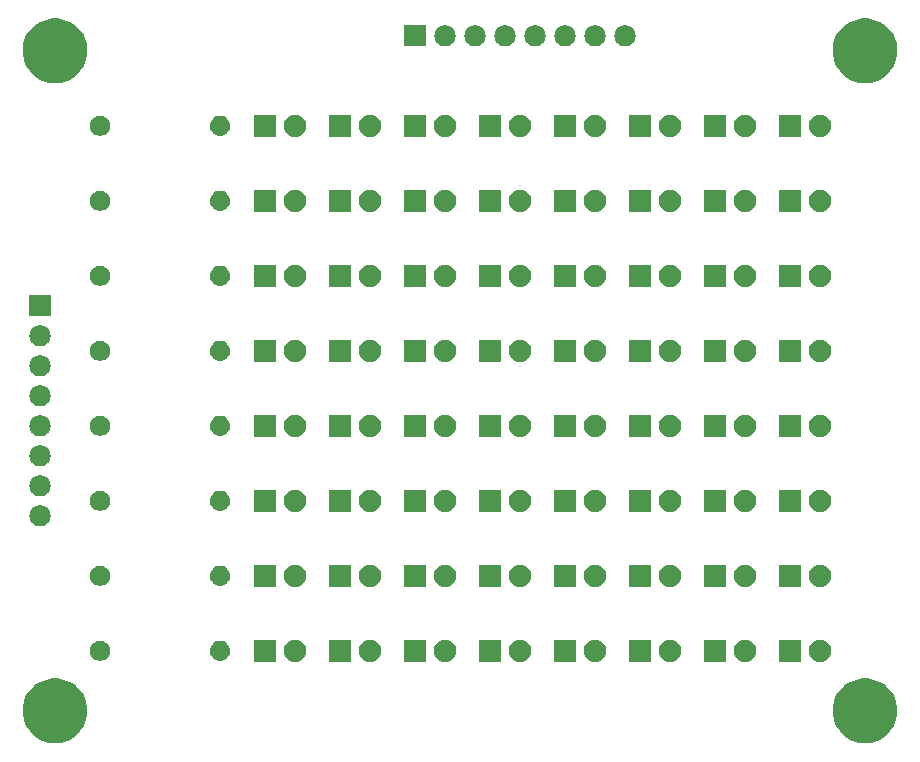
<source format=gbs>
G04 #@! TF.GenerationSoftware,KiCad,Pcbnew,5.0.2+dfsg1-1~bpo9+1*
G04 #@! TF.CreationDate,2019-06-12T08:31:31+01:00*
G04 #@! TF.ProjectId,LedMatrix,4c65644d-6174-4726-9978-2e6b69636164,1.0*
G04 #@! TF.SameCoordinates,Original*
G04 #@! TF.FileFunction,Soldermask,Bot*
G04 #@! TF.FilePolarity,Negative*
%FSLAX46Y46*%
G04 Gerber Fmt 4.6, Leading zero omitted, Abs format (unit mm)*
G04 Created by KiCad (PCBNEW 5.0.2+dfsg1-1~bpo9+1) date Wed 12 Jun 2019 08:31:31 IST*
%MOMM*%
%LPD*%
G01*
G04 APERTURE LIST*
%ADD10C,0.100000*%
G04 APERTURE END LIST*
D10*
G36*
X127536693Y-82391859D02*
X127802437Y-82444719D01*
X128303087Y-82652095D01*
X128750622Y-82951129D01*
X128753663Y-82953161D01*
X129136839Y-83336337D01*
X129136841Y-83336340D01*
X129437905Y-83786913D01*
X129645281Y-84287563D01*
X129751000Y-84819050D01*
X129751000Y-85360950D01*
X129645281Y-85892437D01*
X129437905Y-86393087D01*
X129138871Y-86840622D01*
X129136839Y-86843663D01*
X128753663Y-87226839D01*
X128753660Y-87226841D01*
X128303087Y-87527905D01*
X127802437Y-87735281D01*
X127536694Y-87788140D01*
X127270951Y-87841000D01*
X126729049Y-87841000D01*
X126463306Y-87788140D01*
X126197563Y-87735281D01*
X125696913Y-87527905D01*
X125246340Y-87226841D01*
X125246337Y-87226839D01*
X124863161Y-86843663D01*
X124861129Y-86840622D01*
X124562095Y-86393087D01*
X124354719Y-85892437D01*
X124249000Y-85360950D01*
X124249000Y-84819050D01*
X124354719Y-84287563D01*
X124562095Y-83786913D01*
X124863159Y-83336340D01*
X124863161Y-83336337D01*
X125246337Y-82953161D01*
X125249378Y-82951129D01*
X125696913Y-82652095D01*
X126197563Y-82444719D01*
X126463306Y-82391860D01*
X126729049Y-82339000D01*
X127270951Y-82339000D01*
X127536693Y-82391859D01*
X127536693Y-82391859D01*
G37*
G36*
X58956693Y-82391859D02*
X59222437Y-82444719D01*
X59723087Y-82652095D01*
X60170622Y-82951129D01*
X60173663Y-82953161D01*
X60556839Y-83336337D01*
X60556841Y-83336340D01*
X60857905Y-83786913D01*
X61065281Y-84287563D01*
X61171000Y-84819050D01*
X61171000Y-85360950D01*
X61065281Y-85892437D01*
X60857905Y-86393087D01*
X60558871Y-86840622D01*
X60556839Y-86843663D01*
X60173663Y-87226839D01*
X60173660Y-87226841D01*
X59723087Y-87527905D01*
X59222437Y-87735281D01*
X58956694Y-87788140D01*
X58690951Y-87841000D01*
X58149049Y-87841000D01*
X57883306Y-87788140D01*
X57617563Y-87735281D01*
X57116913Y-87527905D01*
X56666340Y-87226841D01*
X56666337Y-87226839D01*
X56283161Y-86843663D01*
X56281129Y-86840622D01*
X55982095Y-86393087D01*
X55774719Y-85892437D01*
X55669000Y-85360950D01*
X55669000Y-84819050D01*
X55774719Y-84287563D01*
X55982095Y-83786913D01*
X56283159Y-83336340D01*
X56283161Y-83336337D01*
X56666337Y-82953161D01*
X56669378Y-82951129D01*
X57116913Y-82652095D01*
X57617563Y-82444719D01*
X57883307Y-82391859D01*
X58149049Y-82339000D01*
X58690951Y-82339000D01*
X58956693Y-82391859D01*
X58956693Y-82391859D01*
G37*
G36*
X121601000Y-80961000D02*
X119699000Y-80961000D01*
X119699000Y-79059000D01*
X121601000Y-79059000D01*
X121601000Y-80961000D01*
X121601000Y-80961000D01*
G37*
G36*
X77151000Y-80961000D02*
X75249000Y-80961000D01*
X75249000Y-79059000D01*
X77151000Y-79059000D01*
X77151000Y-80961000D01*
X77151000Y-80961000D01*
G37*
G36*
X115251000Y-80961000D02*
X113349000Y-80961000D01*
X113349000Y-79059000D01*
X115251000Y-79059000D01*
X115251000Y-80961000D01*
X115251000Y-80961000D01*
G37*
G36*
X117117396Y-79095546D02*
X117290466Y-79167234D01*
X117446230Y-79271312D01*
X117578688Y-79403770D01*
X117682766Y-79559534D01*
X117754454Y-79732604D01*
X117791000Y-79916333D01*
X117791000Y-80103667D01*
X117754454Y-80287396D01*
X117682766Y-80460466D01*
X117578688Y-80616230D01*
X117446230Y-80748688D01*
X117290466Y-80852766D01*
X117117396Y-80924454D01*
X116933667Y-80961000D01*
X116746333Y-80961000D01*
X116562604Y-80924454D01*
X116389534Y-80852766D01*
X116233770Y-80748688D01*
X116101312Y-80616230D01*
X115997234Y-80460466D01*
X115925546Y-80287396D01*
X115889000Y-80103667D01*
X115889000Y-79916333D01*
X115925546Y-79732604D01*
X115997234Y-79559534D01*
X116101312Y-79403770D01*
X116233770Y-79271312D01*
X116389534Y-79167234D01*
X116562604Y-79095546D01*
X116746333Y-79059000D01*
X116933667Y-79059000D01*
X117117396Y-79095546D01*
X117117396Y-79095546D01*
G37*
G36*
X123467396Y-79095546D02*
X123640466Y-79167234D01*
X123796230Y-79271312D01*
X123928688Y-79403770D01*
X124032766Y-79559534D01*
X124104454Y-79732604D01*
X124141000Y-79916333D01*
X124141000Y-80103667D01*
X124104454Y-80287396D01*
X124032766Y-80460466D01*
X123928688Y-80616230D01*
X123796230Y-80748688D01*
X123640466Y-80852766D01*
X123467396Y-80924454D01*
X123283667Y-80961000D01*
X123096333Y-80961000D01*
X122912604Y-80924454D01*
X122739534Y-80852766D01*
X122583770Y-80748688D01*
X122451312Y-80616230D01*
X122347234Y-80460466D01*
X122275546Y-80287396D01*
X122239000Y-80103667D01*
X122239000Y-79916333D01*
X122275546Y-79732604D01*
X122347234Y-79559534D01*
X122451312Y-79403770D01*
X122583770Y-79271312D01*
X122739534Y-79167234D01*
X122912604Y-79095546D01*
X123096333Y-79059000D01*
X123283667Y-79059000D01*
X123467396Y-79095546D01*
X123467396Y-79095546D01*
G37*
G36*
X102551000Y-80961000D02*
X100649000Y-80961000D01*
X100649000Y-79059000D01*
X102551000Y-79059000D01*
X102551000Y-80961000D01*
X102551000Y-80961000D01*
G37*
G36*
X79017396Y-79095546D02*
X79190466Y-79167234D01*
X79346230Y-79271312D01*
X79478688Y-79403770D01*
X79582766Y-79559534D01*
X79654454Y-79732604D01*
X79691000Y-79916333D01*
X79691000Y-80103667D01*
X79654454Y-80287396D01*
X79582766Y-80460466D01*
X79478688Y-80616230D01*
X79346230Y-80748688D01*
X79190466Y-80852766D01*
X79017396Y-80924454D01*
X78833667Y-80961000D01*
X78646333Y-80961000D01*
X78462604Y-80924454D01*
X78289534Y-80852766D01*
X78133770Y-80748688D01*
X78001312Y-80616230D01*
X77897234Y-80460466D01*
X77825546Y-80287396D01*
X77789000Y-80103667D01*
X77789000Y-79916333D01*
X77825546Y-79732604D01*
X77897234Y-79559534D01*
X78001312Y-79403770D01*
X78133770Y-79271312D01*
X78289534Y-79167234D01*
X78462604Y-79095546D01*
X78646333Y-79059000D01*
X78833667Y-79059000D01*
X79017396Y-79095546D01*
X79017396Y-79095546D01*
G37*
G36*
X108901000Y-80961000D02*
X106999000Y-80961000D01*
X106999000Y-79059000D01*
X108901000Y-79059000D01*
X108901000Y-80961000D01*
X108901000Y-80961000D01*
G37*
G36*
X83501000Y-80961000D02*
X81599000Y-80961000D01*
X81599000Y-79059000D01*
X83501000Y-79059000D01*
X83501000Y-80961000D01*
X83501000Y-80961000D01*
G37*
G36*
X85367396Y-79095546D02*
X85540466Y-79167234D01*
X85696230Y-79271312D01*
X85828688Y-79403770D01*
X85932766Y-79559534D01*
X86004454Y-79732604D01*
X86041000Y-79916333D01*
X86041000Y-80103667D01*
X86004454Y-80287396D01*
X85932766Y-80460466D01*
X85828688Y-80616230D01*
X85696230Y-80748688D01*
X85540466Y-80852766D01*
X85367396Y-80924454D01*
X85183667Y-80961000D01*
X84996333Y-80961000D01*
X84812604Y-80924454D01*
X84639534Y-80852766D01*
X84483770Y-80748688D01*
X84351312Y-80616230D01*
X84247234Y-80460466D01*
X84175546Y-80287396D01*
X84139000Y-80103667D01*
X84139000Y-79916333D01*
X84175546Y-79732604D01*
X84247234Y-79559534D01*
X84351312Y-79403770D01*
X84483770Y-79271312D01*
X84639534Y-79167234D01*
X84812604Y-79095546D01*
X84996333Y-79059000D01*
X85183667Y-79059000D01*
X85367396Y-79095546D01*
X85367396Y-79095546D01*
G37*
G36*
X91717396Y-79095546D02*
X91890466Y-79167234D01*
X92046230Y-79271312D01*
X92178688Y-79403770D01*
X92282766Y-79559534D01*
X92354454Y-79732604D01*
X92391000Y-79916333D01*
X92391000Y-80103667D01*
X92354454Y-80287396D01*
X92282766Y-80460466D01*
X92178688Y-80616230D01*
X92046230Y-80748688D01*
X91890466Y-80852766D01*
X91717396Y-80924454D01*
X91533667Y-80961000D01*
X91346333Y-80961000D01*
X91162604Y-80924454D01*
X90989534Y-80852766D01*
X90833770Y-80748688D01*
X90701312Y-80616230D01*
X90597234Y-80460466D01*
X90525546Y-80287396D01*
X90489000Y-80103667D01*
X90489000Y-79916333D01*
X90525546Y-79732604D01*
X90597234Y-79559534D01*
X90701312Y-79403770D01*
X90833770Y-79271312D01*
X90989534Y-79167234D01*
X91162604Y-79095546D01*
X91346333Y-79059000D01*
X91533667Y-79059000D01*
X91717396Y-79095546D01*
X91717396Y-79095546D01*
G37*
G36*
X104417396Y-79095546D02*
X104590466Y-79167234D01*
X104746230Y-79271312D01*
X104878688Y-79403770D01*
X104982766Y-79559534D01*
X105054454Y-79732604D01*
X105091000Y-79916333D01*
X105091000Y-80103667D01*
X105054454Y-80287396D01*
X104982766Y-80460466D01*
X104878688Y-80616230D01*
X104746230Y-80748688D01*
X104590466Y-80852766D01*
X104417396Y-80924454D01*
X104233667Y-80961000D01*
X104046333Y-80961000D01*
X103862604Y-80924454D01*
X103689534Y-80852766D01*
X103533770Y-80748688D01*
X103401312Y-80616230D01*
X103297234Y-80460466D01*
X103225546Y-80287396D01*
X103189000Y-80103667D01*
X103189000Y-79916333D01*
X103225546Y-79732604D01*
X103297234Y-79559534D01*
X103401312Y-79403770D01*
X103533770Y-79271312D01*
X103689534Y-79167234D01*
X103862604Y-79095546D01*
X104046333Y-79059000D01*
X104233667Y-79059000D01*
X104417396Y-79095546D01*
X104417396Y-79095546D01*
G37*
G36*
X89851000Y-80961000D02*
X87949000Y-80961000D01*
X87949000Y-79059000D01*
X89851000Y-79059000D01*
X89851000Y-80961000D01*
X89851000Y-80961000D01*
G37*
G36*
X98067396Y-79095546D02*
X98240466Y-79167234D01*
X98396230Y-79271312D01*
X98528688Y-79403770D01*
X98632766Y-79559534D01*
X98704454Y-79732604D01*
X98741000Y-79916333D01*
X98741000Y-80103667D01*
X98704454Y-80287396D01*
X98632766Y-80460466D01*
X98528688Y-80616230D01*
X98396230Y-80748688D01*
X98240466Y-80852766D01*
X98067396Y-80924454D01*
X97883667Y-80961000D01*
X97696333Y-80961000D01*
X97512604Y-80924454D01*
X97339534Y-80852766D01*
X97183770Y-80748688D01*
X97051312Y-80616230D01*
X96947234Y-80460466D01*
X96875546Y-80287396D01*
X96839000Y-80103667D01*
X96839000Y-79916333D01*
X96875546Y-79732604D01*
X96947234Y-79559534D01*
X97051312Y-79403770D01*
X97183770Y-79271312D01*
X97339534Y-79167234D01*
X97512604Y-79095546D01*
X97696333Y-79059000D01*
X97883667Y-79059000D01*
X98067396Y-79095546D01*
X98067396Y-79095546D01*
G37*
G36*
X96201000Y-80961000D02*
X94299000Y-80961000D01*
X94299000Y-79059000D01*
X96201000Y-79059000D01*
X96201000Y-80961000D01*
X96201000Y-80961000D01*
G37*
G36*
X110767396Y-79095546D02*
X110940466Y-79167234D01*
X111096230Y-79271312D01*
X111228688Y-79403770D01*
X111332766Y-79559534D01*
X111404454Y-79732604D01*
X111441000Y-79916333D01*
X111441000Y-80103667D01*
X111404454Y-80287396D01*
X111332766Y-80460466D01*
X111228688Y-80616230D01*
X111096230Y-80748688D01*
X110940466Y-80852766D01*
X110767396Y-80924454D01*
X110583667Y-80961000D01*
X110396333Y-80961000D01*
X110212604Y-80924454D01*
X110039534Y-80852766D01*
X109883770Y-80748688D01*
X109751312Y-80616230D01*
X109647234Y-80460466D01*
X109575546Y-80287396D01*
X109539000Y-80103667D01*
X109539000Y-79916333D01*
X109575546Y-79732604D01*
X109647234Y-79559534D01*
X109751312Y-79403770D01*
X109883770Y-79271312D01*
X110039534Y-79167234D01*
X110212604Y-79095546D01*
X110396333Y-79059000D01*
X110583667Y-79059000D01*
X110767396Y-79095546D01*
X110767396Y-79095546D01*
G37*
G36*
X72556821Y-79171313D02*
X72556824Y-79171314D01*
X72556825Y-79171314D01*
X72717239Y-79219975D01*
X72717241Y-79219976D01*
X72717244Y-79219977D01*
X72865078Y-79298995D01*
X72994659Y-79405341D01*
X73101005Y-79534922D01*
X73180023Y-79682756D01*
X73180024Y-79682759D01*
X73180025Y-79682761D01*
X73228686Y-79843175D01*
X73228687Y-79843179D01*
X73245117Y-80010000D01*
X73228687Y-80176821D01*
X73228686Y-80176824D01*
X73228686Y-80176825D01*
X73195145Y-80287396D01*
X73180023Y-80337244D01*
X73101005Y-80485078D01*
X72994659Y-80614659D01*
X72865078Y-80721005D01*
X72717244Y-80800023D01*
X72717241Y-80800024D01*
X72717239Y-80800025D01*
X72556825Y-80848686D01*
X72556824Y-80848686D01*
X72556821Y-80848687D01*
X72431804Y-80861000D01*
X72348196Y-80861000D01*
X72223179Y-80848687D01*
X72223176Y-80848686D01*
X72223175Y-80848686D01*
X72062761Y-80800025D01*
X72062759Y-80800024D01*
X72062756Y-80800023D01*
X71914922Y-80721005D01*
X71785341Y-80614659D01*
X71678995Y-80485078D01*
X71599977Y-80337244D01*
X71584856Y-80287396D01*
X71551314Y-80176825D01*
X71551314Y-80176824D01*
X71551313Y-80176821D01*
X71534883Y-80010000D01*
X71551313Y-79843179D01*
X71551314Y-79843175D01*
X71599975Y-79682761D01*
X71599976Y-79682759D01*
X71599977Y-79682756D01*
X71678995Y-79534922D01*
X71785341Y-79405341D01*
X71914922Y-79298995D01*
X72062756Y-79219977D01*
X72062759Y-79219976D01*
X72062761Y-79219975D01*
X72223175Y-79171314D01*
X72223176Y-79171314D01*
X72223179Y-79171313D01*
X72348196Y-79159000D01*
X72431804Y-79159000D01*
X72556821Y-79171313D01*
X72556821Y-79171313D01*
G37*
G36*
X62478228Y-79191703D02*
X62633100Y-79255853D01*
X62772481Y-79348985D01*
X62891015Y-79467519D01*
X62984147Y-79606900D01*
X63048297Y-79761772D01*
X63081000Y-79926184D01*
X63081000Y-80093816D01*
X63048297Y-80258228D01*
X62984147Y-80413100D01*
X62891015Y-80552481D01*
X62772481Y-80671015D01*
X62633100Y-80764147D01*
X62478228Y-80828297D01*
X62313816Y-80861000D01*
X62146184Y-80861000D01*
X61981772Y-80828297D01*
X61826900Y-80764147D01*
X61687519Y-80671015D01*
X61568985Y-80552481D01*
X61475853Y-80413100D01*
X61411703Y-80258228D01*
X61379000Y-80093816D01*
X61379000Y-79926184D01*
X61411703Y-79761772D01*
X61475853Y-79606900D01*
X61568985Y-79467519D01*
X61687519Y-79348985D01*
X61826900Y-79255853D01*
X61981772Y-79191703D01*
X62146184Y-79159000D01*
X62313816Y-79159000D01*
X62478228Y-79191703D01*
X62478228Y-79191703D01*
G37*
G36*
X121601000Y-74611000D02*
X119699000Y-74611000D01*
X119699000Y-72709000D01*
X121601000Y-72709000D01*
X121601000Y-74611000D01*
X121601000Y-74611000D01*
G37*
G36*
X117117396Y-72745546D02*
X117290466Y-72817234D01*
X117446230Y-72921312D01*
X117578688Y-73053770D01*
X117682766Y-73209534D01*
X117754454Y-73382604D01*
X117791000Y-73566333D01*
X117791000Y-73753667D01*
X117754454Y-73937396D01*
X117682766Y-74110466D01*
X117578688Y-74266230D01*
X117446230Y-74398688D01*
X117290466Y-74502766D01*
X117117396Y-74574454D01*
X116933667Y-74611000D01*
X116746333Y-74611000D01*
X116562604Y-74574454D01*
X116389534Y-74502766D01*
X116233770Y-74398688D01*
X116101312Y-74266230D01*
X115997234Y-74110466D01*
X115925546Y-73937396D01*
X115889000Y-73753667D01*
X115889000Y-73566333D01*
X115925546Y-73382604D01*
X115997234Y-73209534D01*
X116101312Y-73053770D01*
X116233770Y-72921312D01*
X116389534Y-72817234D01*
X116562604Y-72745546D01*
X116746333Y-72709000D01*
X116933667Y-72709000D01*
X117117396Y-72745546D01*
X117117396Y-72745546D01*
G37*
G36*
X115251000Y-74611000D02*
X113349000Y-74611000D01*
X113349000Y-72709000D01*
X115251000Y-72709000D01*
X115251000Y-74611000D01*
X115251000Y-74611000D01*
G37*
G36*
X77151000Y-74611000D02*
X75249000Y-74611000D01*
X75249000Y-72709000D01*
X77151000Y-72709000D01*
X77151000Y-74611000D01*
X77151000Y-74611000D01*
G37*
G36*
X79017396Y-72745546D02*
X79190466Y-72817234D01*
X79346230Y-72921312D01*
X79478688Y-73053770D01*
X79582766Y-73209534D01*
X79654454Y-73382604D01*
X79691000Y-73566333D01*
X79691000Y-73753667D01*
X79654454Y-73937396D01*
X79582766Y-74110466D01*
X79478688Y-74266230D01*
X79346230Y-74398688D01*
X79190466Y-74502766D01*
X79017396Y-74574454D01*
X78833667Y-74611000D01*
X78646333Y-74611000D01*
X78462604Y-74574454D01*
X78289534Y-74502766D01*
X78133770Y-74398688D01*
X78001312Y-74266230D01*
X77897234Y-74110466D01*
X77825546Y-73937396D01*
X77789000Y-73753667D01*
X77789000Y-73566333D01*
X77825546Y-73382604D01*
X77897234Y-73209534D01*
X78001312Y-73053770D01*
X78133770Y-72921312D01*
X78289534Y-72817234D01*
X78462604Y-72745546D01*
X78646333Y-72709000D01*
X78833667Y-72709000D01*
X79017396Y-72745546D01*
X79017396Y-72745546D01*
G37*
G36*
X91717396Y-72745546D02*
X91890466Y-72817234D01*
X92046230Y-72921312D01*
X92178688Y-73053770D01*
X92282766Y-73209534D01*
X92354454Y-73382604D01*
X92391000Y-73566333D01*
X92391000Y-73753667D01*
X92354454Y-73937396D01*
X92282766Y-74110466D01*
X92178688Y-74266230D01*
X92046230Y-74398688D01*
X91890466Y-74502766D01*
X91717396Y-74574454D01*
X91533667Y-74611000D01*
X91346333Y-74611000D01*
X91162604Y-74574454D01*
X90989534Y-74502766D01*
X90833770Y-74398688D01*
X90701312Y-74266230D01*
X90597234Y-74110466D01*
X90525546Y-73937396D01*
X90489000Y-73753667D01*
X90489000Y-73566333D01*
X90525546Y-73382604D01*
X90597234Y-73209534D01*
X90701312Y-73053770D01*
X90833770Y-72921312D01*
X90989534Y-72817234D01*
X91162604Y-72745546D01*
X91346333Y-72709000D01*
X91533667Y-72709000D01*
X91717396Y-72745546D01*
X91717396Y-72745546D01*
G37*
G36*
X85367396Y-72745546D02*
X85540466Y-72817234D01*
X85696230Y-72921312D01*
X85828688Y-73053770D01*
X85932766Y-73209534D01*
X86004454Y-73382604D01*
X86041000Y-73566333D01*
X86041000Y-73753667D01*
X86004454Y-73937396D01*
X85932766Y-74110466D01*
X85828688Y-74266230D01*
X85696230Y-74398688D01*
X85540466Y-74502766D01*
X85367396Y-74574454D01*
X85183667Y-74611000D01*
X84996333Y-74611000D01*
X84812604Y-74574454D01*
X84639534Y-74502766D01*
X84483770Y-74398688D01*
X84351312Y-74266230D01*
X84247234Y-74110466D01*
X84175546Y-73937396D01*
X84139000Y-73753667D01*
X84139000Y-73566333D01*
X84175546Y-73382604D01*
X84247234Y-73209534D01*
X84351312Y-73053770D01*
X84483770Y-72921312D01*
X84639534Y-72817234D01*
X84812604Y-72745546D01*
X84996333Y-72709000D01*
X85183667Y-72709000D01*
X85367396Y-72745546D01*
X85367396Y-72745546D01*
G37*
G36*
X110767396Y-72745546D02*
X110940466Y-72817234D01*
X111096230Y-72921312D01*
X111228688Y-73053770D01*
X111332766Y-73209534D01*
X111404454Y-73382604D01*
X111441000Y-73566333D01*
X111441000Y-73753667D01*
X111404454Y-73937396D01*
X111332766Y-74110466D01*
X111228688Y-74266230D01*
X111096230Y-74398688D01*
X110940466Y-74502766D01*
X110767396Y-74574454D01*
X110583667Y-74611000D01*
X110396333Y-74611000D01*
X110212604Y-74574454D01*
X110039534Y-74502766D01*
X109883770Y-74398688D01*
X109751312Y-74266230D01*
X109647234Y-74110466D01*
X109575546Y-73937396D01*
X109539000Y-73753667D01*
X109539000Y-73566333D01*
X109575546Y-73382604D01*
X109647234Y-73209534D01*
X109751312Y-73053770D01*
X109883770Y-72921312D01*
X110039534Y-72817234D01*
X110212604Y-72745546D01*
X110396333Y-72709000D01*
X110583667Y-72709000D01*
X110767396Y-72745546D01*
X110767396Y-72745546D01*
G37*
G36*
X96201000Y-74611000D02*
X94299000Y-74611000D01*
X94299000Y-72709000D01*
X96201000Y-72709000D01*
X96201000Y-74611000D01*
X96201000Y-74611000D01*
G37*
G36*
X98067396Y-72745546D02*
X98240466Y-72817234D01*
X98396230Y-72921312D01*
X98528688Y-73053770D01*
X98632766Y-73209534D01*
X98704454Y-73382604D01*
X98741000Y-73566333D01*
X98741000Y-73753667D01*
X98704454Y-73937396D01*
X98632766Y-74110466D01*
X98528688Y-74266230D01*
X98396230Y-74398688D01*
X98240466Y-74502766D01*
X98067396Y-74574454D01*
X97883667Y-74611000D01*
X97696333Y-74611000D01*
X97512604Y-74574454D01*
X97339534Y-74502766D01*
X97183770Y-74398688D01*
X97051312Y-74266230D01*
X96947234Y-74110466D01*
X96875546Y-73937396D01*
X96839000Y-73753667D01*
X96839000Y-73566333D01*
X96875546Y-73382604D01*
X96947234Y-73209534D01*
X97051312Y-73053770D01*
X97183770Y-72921312D01*
X97339534Y-72817234D01*
X97512604Y-72745546D01*
X97696333Y-72709000D01*
X97883667Y-72709000D01*
X98067396Y-72745546D01*
X98067396Y-72745546D01*
G37*
G36*
X102551000Y-74611000D02*
X100649000Y-74611000D01*
X100649000Y-72709000D01*
X102551000Y-72709000D01*
X102551000Y-74611000D01*
X102551000Y-74611000D01*
G37*
G36*
X104417396Y-72745546D02*
X104590466Y-72817234D01*
X104746230Y-72921312D01*
X104878688Y-73053770D01*
X104982766Y-73209534D01*
X105054454Y-73382604D01*
X105091000Y-73566333D01*
X105091000Y-73753667D01*
X105054454Y-73937396D01*
X104982766Y-74110466D01*
X104878688Y-74266230D01*
X104746230Y-74398688D01*
X104590466Y-74502766D01*
X104417396Y-74574454D01*
X104233667Y-74611000D01*
X104046333Y-74611000D01*
X103862604Y-74574454D01*
X103689534Y-74502766D01*
X103533770Y-74398688D01*
X103401312Y-74266230D01*
X103297234Y-74110466D01*
X103225546Y-73937396D01*
X103189000Y-73753667D01*
X103189000Y-73566333D01*
X103225546Y-73382604D01*
X103297234Y-73209534D01*
X103401312Y-73053770D01*
X103533770Y-72921312D01*
X103689534Y-72817234D01*
X103862604Y-72745546D01*
X104046333Y-72709000D01*
X104233667Y-72709000D01*
X104417396Y-72745546D01*
X104417396Y-72745546D01*
G37*
G36*
X83501000Y-74611000D02*
X81599000Y-74611000D01*
X81599000Y-72709000D01*
X83501000Y-72709000D01*
X83501000Y-74611000D01*
X83501000Y-74611000D01*
G37*
G36*
X123467396Y-72745546D02*
X123640466Y-72817234D01*
X123796230Y-72921312D01*
X123928688Y-73053770D01*
X124032766Y-73209534D01*
X124104454Y-73382604D01*
X124141000Y-73566333D01*
X124141000Y-73753667D01*
X124104454Y-73937396D01*
X124032766Y-74110466D01*
X123928688Y-74266230D01*
X123796230Y-74398688D01*
X123640466Y-74502766D01*
X123467396Y-74574454D01*
X123283667Y-74611000D01*
X123096333Y-74611000D01*
X122912604Y-74574454D01*
X122739534Y-74502766D01*
X122583770Y-74398688D01*
X122451312Y-74266230D01*
X122347234Y-74110466D01*
X122275546Y-73937396D01*
X122239000Y-73753667D01*
X122239000Y-73566333D01*
X122275546Y-73382604D01*
X122347234Y-73209534D01*
X122451312Y-73053770D01*
X122583770Y-72921312D01*
X122739534Y-72817234D01*
X122912604Y-72745546D01*
X123096333Y-72709000D01*
X123283667Y-72709000D01*
X123467396Y-72745546D01*
X123467396Y-72745546D01*
G37*
G36*
X89851000Y-74611000D02*
X87949000Y-74611000D01*
X87949000Y-72709000D01*
X89851000Y-72709000D01*
X89851000Y-74611000D01*
X89851000Y-74611000D01*
G37*
G36*
X108901000Y-74611000D02*
X106999000Y-74611000D01*
X106999000Y-72709000D01*
X108901000Y-72709000D01*
X108901000Y-74611000D01*
X108901000Y-74611000D01*
G37*
G36*
X62478228Y-72841703D02*
X62633100Y-72905853D01*
X62772481Y-72998985D01*
X62891015Y-73117519D01*
X62984147Y-73256900D01*
X63048297Y-73411772D01*
X63081000Y-73576184D01*
X63081000Y-73743816D01*
X63048297Y-73908228D01*
X62984147Y-74063100D01*
X62891015Y-74202481D01*
X62772481Y-74321015D01*
X62633100Y-74414147D01*
X62478228Y-74478297D01*
X62313816Y-74511000D01*
X62146184Y-74511000D01*
X61981772Y-74478297D01*
X61826900Y-74414147D01*
X61687519Y-74321015D01*
X61568985Y-74202481D01*
X61475853Y-74063100D01*
X61411703Y-73908228D01*
X61379000Y-73743816D01*
X61379000Y-73576184D01*
X61411703Y-73411772D01*
X61475853Y-73256900D01*
X61568985Y-73117519D01*
X61687519Y-72998985D01*
X61826900Y-72905853D01*
X61981772Y-72841703D01*
X62146184Y-72809000D01*
X62313816Y-72809000D01*
X62478228Y-72841703D01*
X62478228Y-72841703D01*
G37*
G36*
X72556821Y-72821313D02*
X72556824Y-72821314D01*
X72556825Y-72821314D01*
X72717239Y-72869975D01*
X72717241Y-72869976D01*
X72717244Y-72869977D01*
X72865078Y-72948995D01*
X72994659Y-73055341D01*
X73101005Y-73184922D01*
X73180023Y-73332756D01*
X73180024Y-73332759D01*
X73180025Y-73332761D01*
X73228686Y-73493175D01*
X73228687Y-73493179D01*
X73245117Y-73660000D01*
X73228687Y-73826821D01*
X73228686Y-73826824D01*
X73228686Y-73826825D01*
X73195145Y-73937396D01*
X73180023Y-73987244D01*
X73101005Y-74135078D01*
X72994659Y-74264659D01*
X72865078Y-74371005D01*
X72717244Y-74450023D01*
X72717241Y-74450024D01*
X72717239Y-74450025D01*
X72556825Y-74498686D01*
X72556824Y-74498686D01*
X72556821Y-74498687D01*
X72431804Y-74511000D01*
X72348196Y-74511000D01*
X72223179Y-74498687D01*
X72223176Y-74498686D01*
X72223175Y-74498686D01*
X72062761Y-74450025D01*
X72062759Y-74450024D01*
X72062756Y-74450023D01*
X71914922Y-74371005D01*
X71785341Y-74264659D01*
X71678995Y-74135078D01*
X71599977Y-73987244D01*
X71584856Y-73937396D01*
X71551314Y-73826825D01*
X71551314Y-73826824D01*
X71551313Y-73826821D01*
X71534883Y-73660000D01*
X71551313Y-73493179D01*
X71551314Y-73493175D01*
X71599975Y-73332761D01*
X71599976Y-73332759D01*
X71599977Y-73332756D01*
X71678995Y-73184922D01*
X71785341Y-73055341D01*
X71914922Y-72948995D01*
X72062756Y-72869977D01*
X72062759Y-72869976D01*
X72062761Y-72869975D01*
X72223175Y-72821314D01*
X72223176Y-72821314D01*
X72223179Y-72821313D01*
X72348196Y-72809000D01*
X72431804Y-72809000D01*
X72556821Y-72821313D01*
X72556821Y-72821313D01*
G37*
G36*
X57260443Y-67685519D02*
X57326627Y-67692037D01*
X57439853Y-67726384D01*
X57496467Y-67743557D01*
X57574146Y-67785078D01*
X57652991Y-67827222D01*
X57683769Y-67852481D01*
X57790186Y-67939814D01*
X57873448Y-68041271D01*
X57902778Y-68077009D01*
X57902779Y-68077011D01*
X57986443Y-68233533D01*
X57986443Y-68233534D01*
X58037963Y-68403373D01*
X58055359Y-68580000D01*
X58037963Y-68756627D01*
X58003616Y-68869853D01*
X57986443Y-68926467D01*
X57912348Y-69065087D01*
X57902778Y-69082991D01*
X57873448Y-69118729D01*
X57790186Y-69220186D01*
X57688729Y-69303448D01*
X57652991Y-69332778D01*
X57652989Y-69332779D01*
X57496467Y-69416443D01*
X57439853Y-69433616D01*
X57326627Y-69467963D01*
X57260442Y-69474482D01*
X57194260Y-69481000D01*
X57105740Y-69481000D01*
X57039558Y-69474482D01*
X56973373Y-69467963D01*
X56860147Y-69433616D01*
X56803533Y-69416443D01*
X56647011Y-69332779D01*
X56647009Y-69332778D01*
X56611271Y-69303448D01*
X56509814Y-69220186D01*
X56426552Y-69118729D01*
X56397222Y-69082991D01*
X56387652Y-69065087D01*
X56313557Y-68926467D01*
X56296384Y-68869853D01*
X56262037Y-68756627D01*
X56244641Y-68580000D01*
X56262037Y-68403373D01*
X56313557Y-68233534D01*
X56313557Y-68233533D01*
X56397221Y-68077011D01*
X56397222Y-68077009D01*
X56426552Y-68041271D01*
X56509814Y-67939814D01*
X56616231Y-67852481D01*
X56647009Y-67827222D01*
X56725854Y-67785078D01*
X56803533Y-67743557D01*
X56860147Y-67726384D01*
X56973373Y-67692037D01*
X57039557Y-67685519D01*
X57105740Y-67679000D01*
X57194260Y-67679000D01*
X57260443Y-67685519D01*
X57260443Y-67685519D01*
G37*
G36*
X117117396Y-66395546D02*
X117290466Y-66467234D01*
X117446230Y-66571312D01*
X117578688Y-66703770D01*
X117682766Y-66859534D01*
X117754454Y-67032604D01*
X117791000Y-67216333D01*
X117791000Y-67403667D01*
X117754454Y-67587396D01*
X117682766Y-67760466D01*
X117578688Y-67916230D01*
X117446230Y-68048688D01*
X117290466Y-68152766D01*
X117117396Y-68224454D01*
X116933667Y-68261000D01*
X116746333Y-68261000D01*
X116562604Y-68224454D01*
X116389534Y-68152766D01*
X116233770Y-68048688D01*
X116101312Y-67916230D01*
X115997234Y-67760466D01*
X115925546Y-67587396D01*
X115889000Y-67403667D01*
X115889000Y-67216333D01*
X115925546Y-67032604D01*
X115997234Y-66859534D01*
X116101312Y-66703770D01*
X116233770Y-66571312D01*
X116389534Y-66467234D01*
X116562604Y-66395546D01*
X116746333Y-66359000D01*
X116933667Y-66359000D01*
X117117396Y-66395546D01*
X117117396Y-66395546D01*
G37*
G36*
X104417396Y-66395546D02*
X104590466Y-66467234D01*
X104746230Y-66571312D01*
X104878688Y-66703770D01*
X104982766Y-66859534D01*
X105054454Y-67032604D01*
X105091000Y-67216333D01*
X105091000Y-67403667D01*
X105054454Y-67587396D01*
X104982766Y-67760466D01*
X104878688Y-67916230D01*
X104746230Y-68048688D01*
X104590466Y-68152766D01*
X104417396Y-68224454D01*
X104233667Y-68261000D01*
X104046333Y-68261000D01*
X103862604Y-68224454D01*
X103689534Y-68152766D01*
X103533770Y-68048688D01*
X103401312Y-67916230D01*
X103297234Y-67760466D01*
X103225546Y-67587396D01*
X103189000Y-67403667D01*
X103189000Y-67216333D01*
X103225546Y-67032604D01*
X103297234Y-66859534D01*
X103401312Y-66703770D01*
X103533770Y-66571312D01*
X103689534Y-66467234D01*
X103862604Y-66395546D01*
X104046333Y-66359000D01*
X104233667Y-66359000D01*
X104417396Y-66395546D01*
X104417396Y-66395546D01*
G37*
G36*
X108901000Y-68261000D02*
X106999000Y-68261000D01*
X106999000Y-66359000D01*
X108901000Y-66359000D01*
X108901000Y-68261000D01*
X108901000Y-68261000D01*
G37*
G36*
X110767396Y-66395546D02*
X110940466Y-66467234D01*
X111096230Y-66571312D01*
X111228688Y-66703770D01*
X111332766Y-66859534D01*
X111404454Y-67032604D01*
X111441000Y-67216333D01*
X111441000Y-67403667D01*
X111404454Y-67587396D01*
X111332766Y-67760466D01*
X111228688Y-67916230D01*
X111096230Y-68048688D01*
X110940466Y-68152766D01*
X110767396Y-68224454D01*
X110583667Y-68261000D01*
X110396333Y-68261000D01*
X110212604Y-68224454D01*
X110039534Y-68152766D01*
X109883770Y-68048688D01*
X109751312Y-67916230D01*
X109647234Y-67760466D01*
X109575546Y-67587396D01*
X109539000Y-67403667D01*
X109539000Y-67216333D01*
X109575546Y-67032604D01*
X109647234Y-66859534D01*
X109751312Y-66703770D01*
X109883770Y-66571312D01*
X110039534Y-66467234D01*
X110212604Y-66395546D01*
X110396333Y-66359000D01*
X110583667Y-66359000D01*
X110767396Y-66395546D01*
X110767396Y-66395546D01*
G37*
G36*
X91717396Y-66395546D02*
X91890466Y-66467234D01*
X92046230Y-66571312D01*
X92178688Y-66703770D01*
X92282766Y-66859534D01*
X92354454Y-67032604D01*
X92391000Y-67216333D01*
X92391000Y-67403667D01*
X92354454Y-67587396D01*
X92282766Y-67760466D01*
X92178688Y-67916230D01*
X92046230Y-68048688D01*
X91890466Y-68152766D01*
X91717396Y-68224454D01*
X91533667Y-68261000D01*
X91346333Y-68261000D01*
X91162604Y-68224454D01*
X90989534Y-68152766D01*
X90833770Y-68048688D01*
X90701312Y-67916230D01*
X90597234Y-67760466D01*
X90525546Y-67587396D01*
X90489000Y-67403667D01*
X90489000Y-67216333D01*
X90525546Y-67032604D01*
X90597234Y-66859534D01*
X90701312Y-66703770D01*
X90833770Y-66571312D01*
X90989534Y-66467234D01*
X91162604Y-66395546D01*
X91346333Y-66359000D01*
X91533667Y-66359000D01*
X91717396Y-66395546D01*
X91717396Y-66395546D01*
G37*
G36*
X89851000Y-68261000D02*
X87949000Y-68261000D01*
X87949000Y-66359000D01*
X89851000Y-66359000D01*
X89851000Y-68261000D01*
X89851000Y-68261000D01*
G37*
G36*
X121601000Y-68261000D02*
X119699000Y-68261000D01*
X119699000Y-66359000D01*
X121601000Y-66359000D01*
X121601000Y-68261000D01*
X121601000Y-68261000D01*
G37*
G36*
X98067396Y-66395546D02*
X98240466Y-66467234D01*
X98396230Y-66571312D01*
X98528688Y-66703770D01*
X98632766Y-66859534D01*
X98704454Y-67032604D01*
X98741000Y-67216333D01*
X98741000Y-67403667D01*
X98704454Y-67587396D01*
X98632766Y-67760466D01*
X98528688Y-67916230D01*
X98396230Y-68048688D01*
X98240466Y-68152766D01*
X98067396Y-68224454D01*
X97883667Y-68261000D01*
X97696333Y-68261000D01*
X97512604Y-68224454D01*
X97339534Y-68152766D01*
X97183770Y-68048688D01*
X97051312Y-67916230D01*
X96947234Y-67760466D01*
X96875546Y-67587396D01*
X96839000Y-67403667D01*
X96839000Y-67216333D01*
X96875546Y-67032604D01*
X96947234Y-66859534D01*
X97051312Y-66703770D01*
X97183770Y-66571312D01*
X97339534Y-66467234D01*
X97512604Y-66395546D01*
X97696333Y-66359000D01*
X97883667Y-66359000D01*
X98067396Y-66395546D01*
X98067396Y-66395546D01*
G37*
G36*
X79017396Y-66395546D02*
X79190466Y-66467234D01*
X79346230Y-66571312D01*
X79478688Y-66703770D01*
X79582766Y-66859534D01*
X79654454Y-67032604D01*
X79691000Y-67216333D01*
X79691000Y-67403667D01*
X79654454Y-67587396D01*
X79582766Y-67760466D01*
X79478688Y-67916230D01*
X79346230Y-68048688D01*
X79190466Y-68152766D01*
X79017396Y-68224454D01*
X78833667Y-68261000D01*
X78646333Y-68261000D01*
X78462604Y-68224454D01*
X78289534Y-68152766D01*
X78133770Y-68048688D01*
X78001312Y-67916230D01*
X77897234Y-67760466D01*
X77825546Y-67587396D01*
X77789000Y-67403667D01*
X77789000Y-67216333D01*
X77825546Y-67032604D01*
X77897234Y-66859534D01*
X78001312Y-66703770D01*
X78133770Y-66571312D01*
X78289534Y-66467234D01*
X78462604Y-66395546D01*
X78646333Y-66359000D01*
X78833667Y-66359000D01*
X79017396Y-66395546D01*
X79017396Y-66395546D01*
G37*
G36*
X102551000Y-68261000D02*
X100649000Y-68261000D01*
X100649000Y-66359000D01*
X102551000Y-66359000D01*
X102551000Y-68261000D01*
X102551000Y-68261000D01*
G37*
G36*
X123467396Y-66395546D02*
X123640466Y-66467234D01*
X123796230Y-66571312D01*
X123928688Y-66703770D01*
X124032766Y-66859534D01*
X124104454Y-67032604D01*
X124141000Y-67216333D01*
X124141000Y-67403667D01*
X124104454Y-67587396D01*
X124032766Y-67760466D01*
X123928688Y-67916230D01*
X123796230Y-68048688D01*
X123640466Y-68152766D01*
X123467396Y-68224454D01*
X123283667Y-68261000D01*
X123096333Y-68261000D01*
X122912604Y-68224454D01*
X122739534Y-68152766D01*
X122583770Y-68048688D01*
X122451312Y-67916230D01*
X122347234Y-67760466D01*
X122275546Y-67587396D01*
X122239000Y-67403667D01*
X122239000Y-67216333D01*
X122275546Y-67032604D01*
X122347234Y-66859534D01*
X122451312Y-66703770D01*
X122583770Y-66571312D01*
X122739534Y-66467234D01*
X122912604Y-66395546D01*
X123096333Y-66359000D01*
X123283667Y-66359000D01*
X123467396Y-66395546D01*
X123467396Y-66395546D01*
G37*
G36*
X83501000Y-68261000D02*
X81599000Y-68261000D01*
X81599000Y-66359000D01*
X83501000Y-66359000D01*
X83501000Y-68261000D01*
X83501000Y-68261000D01*
G37*
G36*
X85367396Y-66395546D02*
X85540466Y-66467234D01*
X85696230Y-66571312D01*
X85828688Y-66703770D01*
X85932766Y-66859534D01*
X86004454Y-67032604D01*
X86041000Y-67216333D01*
X86041000Y-67403667D01*
X86004454Y-67587396D01*
X85932766Y-67760466D01*
X85828688Y-67916230D01*
X85696230Y-68048688D01*
X85540466Y-68152766D01*
X85367396Y-68224454D01*
X85183667Y-68261000D01*
X84996333Y-68261000D01*
X84812604Y-68224454D01*
X84639534Y-68152766D01*
X84483770Y-68048688D01*
X84351312Y-67916230D01*
X84247234Y-67760466D01*
X84175546Y-67587396D01*
X84139000Y-67403667D01*
X84139000Y-67216333D01*
X84175546Y-67032604D01*
X84247234Y-66859534D01*
X84351312Y-66703770D01*
X84483770Y-66571312D01*
X84639534Y-66467234D01*
X84812604Y-66395546D01*
X84996333Y-66359000D01*
X85183667Y-66359000D01*
X85367396Y-66395546D01*
X85367396Y-66395546D01*
G37*
G36*
X115251000Y-68261000D02*
X113349000Y-68261000D01*
X113349000Y-66359000D01*
X115251000Y-66359000D01*
X115251000Y-68261000D01*
X115251000Y-68261000D01*
G37*
G36*
X96201000Y-68261000D02*
X94299000Y-68261000D01*
X94299000Y-66359000D01*
X96201000Y-66359000D01*
X96201000Y-68261000D01*
X96201000Y-68261000D01*
G37*
G36*
X77151000Y-68261000D02*
X75249000Y-68261000D01*
X75249000Y-66359000D01*
X77151000Y-66359000D01*
X77151000Y-68261000D01*
X77151000Y-68261000D01*
G37*
G36*
X62478228Y-66491703D02*
X62633100Y-66555853D01*
X62772481Y-66648985D01*
X62891015Y-66767519D01*
X62984147Y-66906900D01*
X63048297Y-67061772D01*
X63081000Y-67226184D01*
X63081000Y-67393816D01*
X63048297Y-67558228D01*
X62984147Y-67713100D01*
X62891015Y-67852481D01*
X62772481Y-67971015D01*
X62633100Y-68064147D01*
X62478228Y-68128297D01*
X62313816Y-68161000D01*
X62146184Y-68161000D01*
X61981772Y-68128297D01*
X61826900Y-68064147D01*
X61687519Y-67971015D01*
X61568985Y-67852481D01*
X61475853Y-67713100D01*
X61411703Y-67558228D01*
X61379000Y-67393816D01*
X61379000Y-67226184D01*
X61411703Y-67061772D01*
X61475853Y-66906900D01*
X61568985Y-66767519D01*
X61687519Y-66648985D01*
X61826900Y-66555853D01*
X61981772Y-66491703D01*
X62146184Y-66459000D01*
X62313816Y-66459000D01*
X62478228Y-66491703D01*
X62478228Y-66491703D01*
G37*
G36*
X72556821Y-66471313D02*
X72556824Y-66471314D01*
X72556825Y-66471314D01*
X72717239Y-66519975D01*
X72717241Y-66519976D01*
X72717244Y-66519977D01*
X72865078Y-66598995D01*
X72994659Y-66705341D01*
X73101005Y-66834922D01*
X73180023Y-66982756D01*
X73180024Y-66982759D01*
X73180025Y-66982761D01*
X73228686Y-67143175D01*
X73228687Y-67143179D01*
X73245117Y-67310000D01*
X73228687Y-67476821D01*
X73228686Y-67476824D01*
X73228686Y-67476825D01*
X73195145Y-67587396D01*
X73180023Y-67637244D01*
X73101005Y-67785078D01*
X72994659Y-67914659D01*
X72865078Y-68021005D01*
X72717244Y-68100023D01*
X72717241Y-68100024D01*
X72717239Y-68100025D01*
X72556825Y-68148686D01*
X72556824Y-68148686D01*
X72556821Y-68148687D01*
X72431804Y-68161000D01*
X72348196Y-68161000D01*
X72223179Y-68148687D01*
X72223176Y-68148686D01*
X72223175Y-68148686D01*
X72062761Y-68100025D01*
X72062759Y-68100024D01*
X72062756Y-68100023D01*
X71914922Y-68021005D01*
X71785341Y-67914659D01*
X71678995Y-67785078D01*
X71599977Y-67637244D01*
X71584856Y-67587396D01*
X71551314Y-67476825D01*
X71551314Y-67476824D01*
X71551313Y-67476821D01*
X71534883Y-67310000D01*
X71551313Y-67143179D01*
X71551314Y-67143175D01*
X71599975Y-66982761D01*
X71599976Y-66982759D01*
X71599977Y-66982756D01*
X71678995Y-66834922D01*
X71785341Y-66705341D01*
X71914922Y-66598995D01*
X72062756Y-66519977D01*
X72062759Y-66519976D01*
X72062761Y-66519975D01*
X72223175Y-66471314D01*
X72223176Y-66471314D01*
X72223179Y-66471313D01*
X72348196Y-66459000D01*
X72431804Y-66459000D01*
X72556821Y-66471313D01*
X72556821Y-66471313D01*
G37*
G36*
X57260442Y-65145518D02*
X57326627Y-65152037D01*
X57439853Y-65186384D01*
X57496467Y-65203557D01*
X57635087Y-65277652D01*
X57652991Y-65287222D01*
X57688729Y-65316552D01*
X57790186Y-65399814D01*
X57873448Y-65501271D01*
X57902778Y-65537009D01*
X57902779Y-65537011D01*
X57986443Y-65693533D01*
X57986443Y-65693534D01*
X58037963Y-65863373D01*
X58055359Y-66040000D01*
X58037963Y-66216627D01*
X58003616Y-66329853D01*
X57986443Y-66386467D01*
X57930192Y-66491703D01*
X57902778Y-66542991D01*
X57879537Y-66571310D01*
X57790186Y-66680186D01*
X57688729Y-66763448D01*
X57652991Y-66792778D01*
X57652989Y-66792779D01*
X57496467Y-66876443D01*
X57439853Y-66893616D01*
X57326627Y-66927963D01*
X57260442Y-66934482D01*
X57194260Y-66941000D01*
X57105740Y-66941000D01*
X57039558Y-66934482D01*
X56973373Y-66927963D01*
X56860147Y-66893616D01*
X56803533Y-66876443D01*
X56647011Y-66792779D01*
X56647009Y-66792778D01*
X56611271Y-66763448D01*
X56509814Y-66680186D01*
X56420463Y-66571310D01*
X56397222Y-66542991D01*
X56369808Y-66491703D01*
X56313557Y-66386467D01*
X56296384Y-66329853D01*
X56262037Y-66216627D01*
X56244641Y-66040000D01*
X56262037Y-65863373D01*
X56313557Y-65693534D01*
X56313557Y-65693533D01*
X56397221Y-65537011D01*
X56397222Y-65537009D01*
X56426552Y-65501271D01*
X56509814Y-65399814D01*
X56611271Y-65316552D01*
X56647009Y-65287222D01*
X56664913Y-65277652D01*
X56803533Y-65203557D01*
X56860147Y-65186384D01*
X56973373Y-65152037D01*
X57039558Y-65145518D01*
X57105740Y-65139000D01*
X57194260Y-65139000D01*
X57260442Y-65145518D01*
X57260442Y-65145518D01*
G37*
G36*
X57260442Y-62605518D02*
X57326627Y-62612037D01*
X57439853Y-62646384D01*
X57496467Y-62663557D01*
X57635087Y-62737652D01*
X57652991Y-62747222D01*
X57688729Y-62776552D01*
X57790186Y-62859814D01*
X57873448Y-62961271D01*
X57902778Y-62997009D01*
X57902779Y-62997011D01*
X57986443Y-63153533D01*
X57986443Y-63153534D01*
X58037963Y-63323373D01*
X58055359Y-63500000D01*
X58037963Y-63676627D01*
X58003616Y-63789853D01*
X57986443Y-63846467D01*
X57912348Y-63985087D01*
X57902778Y-64002991D01*
X57873448Y-64038729D01*
X57790186Y-64140186D01*
X57688729Y-64223448D01*
X57652991Y-64252778D01*
X57652989Y-64252779D01*
X57496467Y-64336443D01*
X57439853Y-64353616D01*
X57326627Y-64387963D01*
X57260442Y-64394482D01*
X57194260Y-64401000D01*
X57105740Y-64401000D01*
X57039558Y-64394482D01*
X56973373Y-64387963D01*
X56860147Y-64353616D01*
X56803533Y-64336443D01*
X56647011Y-64252779D01*
X56647009Y-64252778D01*
X56611271Y-64223448D01*
X56509814Y-64140186D01*
X56426552Y-64038729D01*
X56397222Y-64002991D01*
X56387652Y-63985087D01*
X56313557Y-63846467D01*
X56296384Y-63789853D01*
X56262037Y-63676627D01*
X56244641Y-63500000D01*
X56262037Y-63323373D01*
X56313557Y-63153534D01*
X56313557Y-63153533D01*
X56397221Y-62997011D01*
X56397222Y-62997009D01*
X56426552Y-62961271D01*
X56509814Y-62859814D01*
X56611271Y-62776552D01*
X56647009Y-62747222D01*
X56664913Y-62737652D01*
X56803533Y-62663557D01*
X56860147Y-62646384D01*
X56973373Y-62612037D01*
X57039558Y-62605518D01*
X57105740Y-62599000D01*
X57194260Y-62599000D01*
X57260442Y-62605518D01*
X57260442Y-62605518D01*
G37*
G36*
X123467396Y-60045546D02*
X123640466Y-60117234D01*
X123796230Y-60221312D01*
X123928688Y-60353770D01*
X124032766Y-60509534D01*
X124104454Y-60682604D01*
X124141000Y-60866333D01*
X124141000Y-61053667D01*
X124104454Y-61237396D01*
X124032766Y-61410466D01*
X123928688Y-61566230D01*
X123796230Y-61698688D01*
X123640466Y-61802766D01*
X123467396Y-61874454D01*
X123283667Y-61911000D01*
X123096333Y-61911000D01*
X122912604Y-61874454D01*
X122739534Y-61802766D01*
X122583770Y-61698688D01*
X122451312Y-61566230D01*
X122347234Y-61410466D01*
X122275546Y-61237396D01*
X122239000Y-61053667D01*
X122239000Y-60866333D01*
X122275546Y-60682604D01*
X122347234Y-60509534D01*
X122451312Y-60353770D01*
X122583770Y-60221312D01*
X122739534Y-60117234D01*
X122912604Y-60045546D01*
X123096333Y-60009000D01*
X123283667Y-60009000D01*
X123467396Y-60045546D01*
X123467396Y-60045546D01*
G37*
G36*
X121601000Y-61911000D02*
X119699000Y-61911000D01*
X119699000Y-60009000D01*
X121601000Y-60009000D01*
X121601000Y-61911000D01*
X121601000Y-61911000D01*
G37*
G36*
X117117396Y-60045546D02*
X117290466Y-60117234D01*
X117446230Y-60221312D01*
X117578688Y-60353770D01*
X117682766Y-60509534D01*
X117754454Y-60682604D01*
X117791000Y-60866333D01*
X117791000Y-61053667D01*
X117754454Y-61237396D01*
X117682766Y-61410466D01*
X117578688Y-61566230D01*
X117446230Y-61698688D01*
X117290466Y-61802766D01*
X117117396Y-61874454D01*
X116933667Y-61911000D01*
X116746333Y-61911000D01*
X116562604Y-61874454D01*
X116389534Y-61802766D01*
X116233770Y-61698688D01*
X116101312Y-61566230D01*
X115997234Y-61410466D01*
X115925546Y-61237396D01*
X115889000Y-61053667D01*
X115889000Y-60866333D01*
X115925546Y-60682604D01*
X115997234Y-60509534D01*
X116101312Y-60353770D01*
X116233770Y-60221312D01*
X116389534Y-60117234D01*
X116562604Y-60045546D01*
X116746333Y-60009000D01*
X116933667Y-60009000D01*
X117117396Y-60045546D01*
X117117396Y-60045546D01*
G37*
G36*
X77151000Y-61911000D02*
X75249000Y-61911000D01*
X75249000Y-60009000D01*
X77151000Y-60009000D01*
X77151000Y-61911000D01*
X77151000Y-61911000D01*
G37*
G36*
X79017396Y-60045546D02*
X79190466Y-60117234D01*
X79346230Y-60221312D01*
X79478688Y-60353770D01*
X79582766Y-60509534D01*
X79654454Y-60682604D01*
X79691000Y-60866333D01*
X79691000Y-61053667D01*
X79654454Y-61237396D01*
X79582766Y-61410466D01*
X79478688Y-61566230D01*
X79346230Y-61698688D01*
X79190466Y-61802766D01*
X79017396Y-61874454D01*
X78833667Y-61911000D01*
X78646333Y-61911000D01*
X78462604Y-61874454D01*
X78289534Y-61802766D01*
X78133770Y-61698688D01*
X78001312Y-61566230D01*
X77897234Y-61410466D01*
X77825546Y-61237396D01*
X77789000Y-61053667D01*
X77789000Y-60866333D01*
X77825546Y-60682604D01*
X77897234Y-60509534D01*
X78001312Y-60353770D01*
X78133770Y-60221312D01*
X78289534Y-60117234D01*
X78462604Y-60045546D01*
X78646333Y-60009000D01*
X78833667Y-60009000D01*
X79017396Y-60045546D01*
X79017396Y-60045546D01*
G37*
G36*
X83501000Y-61911000D02*
X81599000Y-61911000D01*
X81599000Y-60009000D01*
X83501000Y-60009000D01*
X83501000Y-61911000D01*
X83501000Y-61911000D01*
G37*
G36*
X85367396Y-60045546D02*
X85540466Y-60117234D01*
X85696230Y-60221312D01*
X85828688Y-60353770D01*
X85932766Y-60509534D01*
X86004454Y-60682604D01*
X86041000Y-60866333D01*
X86041000Y-61053667D01*
X86004454Y-61237396D01*
X85932766Y-61410466D01*
X85828688Y-61566230D01*
X85696230Y-61698688D01*
X85540466Y-61802766D01*
X85367396Y-61874454D01*
X85183667Y-61911000D01*
X84996333Y-61911000D01*
X84812604Y-61874454D01*
X84639534Y-61802766D01*
X84483770Y-61698688D01*
X84351312Y-61566230D01*
X84247234Y-61410466D01*
X84175546Y-61237396D01*
X84139000Y-61053667D01*
X84139000Y-60866333D01*
X84175546Y-60682604D01*
X84247234Y-60509534D01*
X84351312Y-60353770D01*
X84483770Y-60221312D01*
X84639534Y-60117234D01*
X84812604Y-60045546D01*
X84996333Y-60009000D01*
X85183667Y-60009000D01*
X85367396Y-60045546D01*
X85367396Y-60045546D01*
G37*
G36*
X89851000Y-61911000D02*
X87949000Y-61911000D01*
X87949000Y-60009000D01*
X89851000Y-60009000D01*
X89851000Y-61911000D01*
X89851000Y-61911000D01*
G37*
G36*
X115251000Y-61911000D02*
X113349000Y-61911000D01*
X113349000Y-60009000D01*
X115251000Y-60009000D01*
X115251000Y-61911000D01*
X115251000Y-61911000D01*
G37*
G36*
X91717396Y-60045546D02*
X91890466Y-60117234D01*
X92046230Y-60221312D01*
X92178688Y-60353770D01*
X92282766Y-60509534D01*
X92354454Y-60682604D01*
X92391000Y-60866333D01*
X92391000Y-61053667D01*
X92354454Y-61237396D01*
X92282766Y-61410466D01*
X92178688Y-61566230D01*
X92046230Y-61698688D01*
X91890466Y-61802766D01*
X91717396Y-61874454D01*
X91533667Y-61911000D01*
X91346333Y-61911000D01*
X91162604Y-61874454D01*
X90989534Y-61802766D01*
X90833770Y-61698688D01*
X90701312Y-61566230D01*
X90597234Y-61410466D01*
X90525546Y-61237396D01*
X90489000Y-61053667D01*
X90489000Y-60866333D01*
X90525546Y-60682604D01*
X90597234Y-60509534D01*
X90701312Y-60353770D01*
X90833770Y-60221312D01*
X90989534Y-60117234D01*
X91162604Y-60045546D01*
X91346333Y-60009000D01*
X91533667Y-60009000D01*
X91717396Y-60045546D01*
X91717396Y-60045546D01*
G37*
G36*
X96201000Y-61911000D02*
X94299000Y-61911000D01*
X94299000Y-60009000D01*
X96201000Y-60009000D01*
X96201000Y-61911000D01*
X96201000Y-61911000D01*
G37*
G36*
X98067396Y-60045546D02*
X98240466Y-60117234D01*
X98396230Y-60221312D01*
X98528688Y-60353770D01*
X98632766Y-60509534D01*
X98704454Y-60682604D01*
X98741000Y-60866333D01*
X98741000Y-61053667D01*
X98704454Y-61237396D01*
X98632766Y-61410466D01*
X98528688Y-61566230D01*
X98396230Y-61698688D01*
X98240466Y-61802766D01*
X98067396Y-61874454D01*
X97883667Y-61911000D01*
X97696333Y-61911000D01*
X97512604Y-61874454D01*
X97339534Y-61802766D01*
X97183770Y-61698688D01*
X97051312Y-61566230D01*
X96947234Y-61410466D01*
X96875546Y-61237396D01*
X96839000Y-61053667D01*
X96839000Y-60866333D01*
X96875546Y-60682604D01*
X96947234Y-60509534D01*
X97051312Y-60353770D01*
X97183770Y-60221312D01*
X97339534Y-60117234D01*
X97512604Y-60045546D01*
X97696333Y-60009000D01*
X97883667Y-60009000D01*
X98067396Y-60045546D01*
X98067396Y-60045546D01*
G37*
G36*
X102551000Y-61911000D02*
X100649000Y-61911000D01*
X100649000Y-60009000D01*
X102551000Y-60009000D01*
X102551000Y-61911000D01*
X102551000Y-61911000D01*
G37*
G36*
X110767396Y-60045546D02*
X110940466Y-60117234D01*
X111096230Y-60221312D01*
X111228688Y-60353770D01*
X111332766Y-60509534D01*
X111404454Y-60682604D01*
X111441000Y-60866333D01*
X111441000Y-61053667D01*
X111404454Y-61237396D01*
X111332766Y-61410466D01*
X111228688Y-61566230D01*
X111096230Y-61698688D01*
X110940466Y-61802766D01*
X110767396Y-61874454D01*
X110583667Y-61911000D01*
X110396333Y-61911000D01*
X110212604Y-61874454D01*
X110039534Y-61802766D01*
X109883770Y-61698688D01*
X109751312Y-61566230D01*
X109647234Y-61410466D01*
X109575546Y-61237396D01*
X109539000Y-61053667D01*
X109539000Y-60866333D01*
X109575546Y-60682604D01*
X109647234Y-60509534D01*
X109751312Y-60353770D01*
X109883770Y-60221312D01*
X110039534Y-60117234D01*
X110212604Y-60045546D01*
X110396333Y-60009000D01*
X110583667Y-60009000D01*
X110767396Y-60045546D01*
X110767396Y-60045546D01*
G37*
G36*
X104417396Y-60045546D02*
X104590466Y-60117234D01*
X104746230Y-60221312D01*
X104878688Y-60353770D01*
X104982766Y-60509534D01*
X105054454Y-60682604D01*
X105091000Y-60866333D01*
X105091000Y-61053667D01*
X105054454Y-61237396D01*
X104982766Y-61410466D01*
X104878688Y-61566230D01*
X104746230Y-61698688D01*
X104590466Y-61802766D01*
X104417396Y-61874454D01*
X104233667Y-61911000D01*
X104046333Y-61911000D01*
X103862604Y-61874454D01*
X103689534Y-61802766D01*
X103533770Y-61698688D01*
X103401312Y-61566230D01*
X103297234Y-61410466D01*
X103225546Y-61237396D01*
X103189000Y-61053667D01*
X103189000Y-60866333D01*
X103225546Y-60682604D01*
X103297234Y-60509534D01*
X103401312Y-60353770D01*
X103533770Y-60221312D01*
X103689534Y-60117234D01*
X103862604Y-60045546D01*
X104046333Y-60009000D01*
X104233667Y-60009000D01*
X104417396Y-60045546D01*
X104417396Y-60045546D01*
G37*
G36*
X108901000Y-61911000D02*
X106999000Y-61911000D01*
X106999000Y-60009000D01*
X108901000Y-60009000D01*
X108901000Y-61911000D01*
X108901000Y-61911000D01*
G37*
G36*
X57260442Y-60065518D02*
X57326627Y-60072037D01*
X57439853Y-60106384D01*
X57496467Y-60123557D01*
X57583311Y-60169977D01*
X57652991Y-60207222D01*
X57688729Y-60236552D01*
X57790186Y-60319814D01*
X57870369Y-60417519D01*
X57902778Y-60457009D01*
X57902779Y-60457011D01*
X57986443Y-60613533D01*
X58003616Y-60670147D01*
X58037963Y-60783373D01*
X58055359Y-60960000D01*
X58037963Y-61136627D01*
X58016243Y-61208228D01*
X57986443Y-61306467D01*
X57930853Y-61410467D01*
X57902778Y-61462991D01*
X57873448Y-61498729D01*
X57790186Y-61600186D01*
X57688729Y-61683448D01*
X57652991Y-61712778D01*
X57652989Y-61712779D01*
X57496467Y-61796443D01*
X57475622Y-61802766D01*
X57326627Y-61847963D01*
X57260443Y-61854481D01*
X57194260Y-61861000D01*
X57105740Y-61861000D01*
X57039557Y-61854481D01*
X56973373Y-61847963D01*
X56824378Y-61802766D01*
X56803533Y-61796443D01*
X56647011Y-61712779D01*
X56647009Y-61712778D01*
X56611271Y-61683448D01*
X56509814Y-61600186D01*
X56426552Y-61498729D01*
X56397222Y-61462991D01*
X56369147Y-61410467D01*
X56313557Y-61306467D01*
X56283757Y-61208228D01*
X56262037Y-61136627D01*
X56244641Y-60960000D01*
X56262037Y-60783373D01*
X56296384Y-60670147D01*
X56313557Y-60613533D01*
X56397221Y-60457011D01*
X56397222Y-60457009D01*
X56429631Y-60417519D01*
X56509814Y-60319814D01*
X56611271Y-60236552D01*
X56647009Y-60207222D01*
X56716689Y-60169977D01*
X56803533Y-60123557D01*
X56860147Y-60106384D01*
X56973373Y-60072037D01*
X57039558Y-60065518D01*
X57105740Y-60059000D01*
X57194260Y-60059000D01*
X57260442Y-60065518D01*
X57260442Y-60065518D01*
G37*
G36*
X72556821Y-60121313D02*
X72556824Y-60121314D01*
X72556825Y-60121314D01*
X72717239Y-60169975D01*
X72717241Y-60169976D01*
X72717244Y-60169977D01*
X72865078Y-60248995D01*
X72994659Y-60355341D01*
X73101005Y-60484922D01*
X73180023Y-60632756D01*
X73180024Y-60632759D01*
X73180025Y-60632761D01*
X73225713Y-60783375D01*
X73228687Y-60793179D01*
X73245117Y-60960000D01*
X73228687Y-61126821D01*
X73228686Y-61126824D01*
X73228686Y-61126825D01*
X73195145Y-61237396D01*
X73180023Y-61287244D01*
X73101005Y-61435078D01*
X72994659Y-61564659D01*
X72865078Y-61671005D01*
X72717244Y-61750023D01*
X72717241Y-61750024D01*
X72717239Y-61750025D01*
X72556825Y-61798686D01*
X72556824Y-61798686D01*
X72556821Y-61798687D01*
X72431804Y-61811000D01*
X72348196Y-61811000D01*
X72223179Y-61798687D01*
X72223176Y-61798686D01*
X72223175Y-61798686D01*
X72062761Y-61750025D01*
X72062759Y-61750024D01*
X72062756Y-61750023D01*
X71914922Y-61671005D01*
X71785341Y-61564659D01*
X71678995Y-61435078D01*
X71599977Y-61287244D01*
X71584856Y-61237396D01*
X71551314Y-61126825D01*
X71551314Y-61126824D01*
X71551313Y-61126821D01*
X71534883Y-60960000D01*
X71551313Y-60793179D01*
X71554287Y-60783375D01*
X71599975Y-60632761D01*
X71599976Y-60632759D01*
X71599977Y-60632756D01*
X71678995Y-60484922D01*
X71785341Y-60355341D01*
X71914922Y-60248995D01*
X72062756Y-60169977D01*
X72062759Y-60169976D01*
X72062761Y-60169975D01*
X72223175Y-60121314D01*
X72223176Y-60121314D01*
X72223179Y-60121313D01*
X72348196Y-60109000D01*
X72431804Y-60109000D01*
X72556821Y-60121313D01*
X72556821Y-60121313D01*
G37*
G36*
X62478228Y-60141703D02*
X62633100Y-60205853D01*
X62772481Y-60298985D01*
X62891015Y-60417519D01*
X62984147Y-60556900D01*
X63048297Y-60711772D01*
X63081000Y-60876184D01*
X63081000Y-61043816D01*
X63048297Y-61208228D01*
X62984147Y-61363100D01*
X62891015Y-61502481D01*
X62772481Y-61621015D01*
X62633100Y-61714147D01*
X62478228Y-61778297D01*
X62313816Y-61811000D01*
X62146184Y-61811000D01*
X61981772Y-61778297D01*
X61826900Y-61714147D01*
X61687519Y-61621015D01*
X61568985Y-61502481D01*
X61475853Y-61363100D01*
X61411703Y-61208228D01*
X61379000Y-61043816D01*
X61379000Y-60876184D01*
X61411703Y-60711772D01*
X61475853Y-60556900D01*
X61568985Y-60417519D01*
X61687519Y-60298985D01*
X61826900Y-60205853D01*
X61981772Y-60141703D01*
X62146184Y-60109000D01*
X62313816Y-60109000D01*
X62478228Y-60141703D01*
X62478228Y-60141703D01*
G37*
G36*
X57260443Y-57525519D02*
X57326627Y-57532037D01*
X57439853Y-57566384D01*
X57496467Y-57583557D01*
X57635087Y-57657652D01*
X57652991Y-57667222D01*
X57688729Y-57696552D01*
X57790186Y-57779814D01*
X57873448Y-57881271D01*
X57902778Y-57917009D01*
X57902779Y-57917011D01*
X57986443Y-58073533D01*
X57986443Y-58073534D01*
X58037963Y-58243373D01*
X58055359Y-58420000D01*
X58037963Y-58596627D01*
X58003616Y-58709853D01*
X57986443Y-58766467D01*
X57912348Y-58905087D01*
X57902778Y-58922991D01*
X57873448Y-58958729D01*
X57790186Y-59060186D01*
X57688729Y-59143448D01*
X57652991Y-59172778D01*
X57652989Y-59172779D01*
X57496467Y-59256443D01*
X57439853Y-59273616D01*
X57326627Y-59307963D01*
X57260442Y-59314482D01*
X57194260Y-59321000D01*
X57105740Y-59321000D01*
X57039558Y-59314482D01*
X56973373Y-59307963D01*
X56860147Y-59273616D01*
X56803533Y-59256443D01*
X56647011Y-59172779D01*
X56647009Y-59172778D01*
X56611271Y-59143448D01*
X56509814Y-59060186D01*
X56426552Y-58958729D01*
X56397222Y-58922991D01*
X56387652Y-58905087D01*
X56313557Y-58766467D01*
X56296384Y-58709853D01*
X56262037Y-58596627D01*
X56244641Y-58420000D01*
X56262037Y-58243373D01*
X56313557Y-58073534D01*
X56313557Y-58073533D01*
X56397221Y-57917011D01*
X56397222Y-57917009D01*
X56426552Y-57881271D01*
X56509814Y-57779814D01*
X56611271Y-57696552D01*
X56647009Y-57667222D01*
X56664913Y-57657652D01*
X56803533Y-57583557D01*
X56860147Y-57566384D01*
X56973373Y-57532037D01*
X57039557Y-57525519D01*
X57105740Y-57519000D01*
X57194260Y-57519000D01*
X57260443Y-57525519D01*
X57260443Y-57525519D01*
G37*
G36*
X57260443Y-54985519D02*
X57326627Y-54992037D01*
X57439853Y-55026384D01*
X57496467Y-55043557D01*
X57574146Y-55085078D01*
X57652991Y-55127222D01*
X57683769Y-55152481D01*
X57790186Y-55239814D01*
X57873448Y-55341271D01*
X57902778Y-55377009D01*
X57902779Y-55377011D01*
X57986443Y-55533533D01*
X57986443Y-55533534D01*
X58037963Y-55703373D01*
X58055359Y-55880000D01*
X58037963Y-56056627D01*
X58003616Y-56169853D01*
X57986443Y-56226467D01*
X57912348Y-56365087D01*
X57902778Y-56382991D01*
X57873448Y-56418729D01*
X57790186Y-56520186D01*
X57688729Y-56603448D01*
X57652991Y-56632778D01*
X57652989Y-56632779D01*
X57496467Y-56716443D01*
X57439853Y-56733616D01*
X57326627Y-56767963D01*
X57260443Y-56774481D01*
X57194260Y-56781000D01*
X57105740Y-56781000D01*
X57039557Y-56774481D01*
X56973373Y-56767963D01*
X56860147Y-56733616D01*
X56803533Y-56716443D01*
X56647011Y-56632779D01*
X56647009Y-56632778D01*
X56611271Y-56603448D01*
X56509814Y-56520186D01*
X56426552Y-56418729D01*
X56397222Y-56382991D01*
X56387652Y-56365087D01*
X56313557Y-56226467D01*
X56296384Y-56169853D01*
X56262037Y-56056627D01*
X56244641Y-55880000D01*
X56262037Y-55703373D01*
X56313557Y-55533534D01*
X56313557Y-55533533D01*
X56397221Y-55377011D01*
X56397222Y-55377009D01*
X56426552Y-55341271D01*
X56509814Y-55239814D01*
X56616231Y-55152481D01*
X56647009Y-55127222D01*
X56725854Y-55085078D01*
X56803533Y-55043557D01*
X56860147Y-55026384D01*
X56973373Y-54992037D01*
X57039557Y-54985519D01*
X57105740Y-54979000D01*
X57194260Y-54979000D01*
X57260443Y-54985519D01*
X57260443Y-54985519D01*
G37*
G36*
X85367396Y-53695546D02*
X85540466Y-53767234D01*
X85696230Y-53871312D01*
X85828688Y-54003770D01*
X85932766Y-54159534D01*
X86004454Y-54332604D01*
X86041000Y-54516333D01*
X86041000Y-54703667D01*
X86004454Y-54887396D01*
X85932766Y-55060466D01*
X85828688Y-55216230D01*
X85696230Y-55348688D01*
X85540466Y-55452766D01*
X85367396Y-55524454D01*
X85183667Y-55561000D01*
X84996333Y-55561000D01*
X84812604Y-55524454D01*
X84639534Y-55452766D01*
X84483770Y-55348688D01*
X84351312Y-55216230D01*
X84247234Y-55060466D01*
X84175546Y-54887396D01*
X84139000Y-54703667D01*
X84139000Y-54516333D01*
X84175546Y-54332604D01*
X84247234Y-54159534D01*
X84351312Y-54003770D01*
X84483770Y-53871312D01*
X84639534Y-53767234D01*
X84812604Y-53695546D01*
X84996333Y-53659000D01*
X85183667Y-53659000D01*
X85367396Y-53695546D01*
X85367396Y-53695546D01*
G37*
G36*
X79017396Y-53695546D02*
X79190466Y-53767234D01*
X79346230Y-53871312D01*
X79478688Y-54003770D01*
X79582766Y-54159534D01*
X79654454Y-54332604D01*
X79691000Y-54516333D01*
X79691000Y-54703667D01*
X79654454Y-54887396D01*
X79582766Y-55060466D01*
X79478688Y-55216230D01*
X79346230Y-55348688D01*
X79190466Y-55452766D01*
X79017396Y-55524454D01*
X78833667Y-55561000D01*
X78646333Y-55561000D01*
X78462604Y-55524454D01*
X78289534Y-55452766D01*
X78133770Y-55348688D01*
X78001312Y-55216230D01*
X77897234Y-55060466D01*
X77825546Y-54887396D01*
X77789000Y-54703667D01*
X77789000Y-54516333D01*
X77825546Y-54332604D01*
X77897234Y-54159534D01*
X78001312Y-54003770D01*
X78133770Y-53871312D01*
X78289534Y-53767234D01*
X78462604Y-53695546D01*
X78646333Y-53659000D01*
X78833667Y-53659000D01*
X79017396Y-53695546D01*
X79017396Y-53695546D01*
G37*
G36*
X121601000Y-55561000D02*
X119699000Y-55561000D01*
X119699000Y-53659000D01*
X121601000Y-53659000D01*
X121601000Y-55561000D01*
X121601000Y-55561000D01*
G37*
G36*
X89851000Y-55561000D02*
X87949000Y-55561000D01*
X87949000Y-53659000D01*
X89851000Y-53659000D01*
X89851000Y-55561000D01*
X89851000Y-55561000D01*
G37*
G36*
X83501000Y-55561000D02*
X81599000Y-55561000D01*
X81599000Y-53659000D01*
X83501000Y-53659000D01*
X83501000Y-55561000D01*
X83501000Y-55561000D01*
G37*
G36*
X123467396Y-53695546D02*
X123640466Y-53767234D01*
X123796230Y-53871312D01*
X123928688Y-54003770D01*
X124032766Y-54159534D01*
X124104454Y-54332604D01*
X124141000Y-54516333D01*
X124141000Y-54703667D01*
X124104454Y-54887396D01*
X124032766Y-55060466D01*
X123928688Y-55216230D01*
X123796230Y-55348688D01*
X123640466Y-55452766D01*
X123467396Y-55524454D01*
X123283667Y-55561000D01*
X123096333Y-55561000D01*
X122912604Y-55524454D01*
X122739534Y-55452766D01*
X122583770Y-55348688D01*
X122451312Y-55216230D01*
X122347234Y-55060466D01*
X122275546Y-54887396D01*
X122239000Y-54703667D01*
X122239000Y-54516333D01*
X122275546Y-54332604D01*
X122347234Y-54159534D01*
X122451312Y-54003770D01*
X122583770Y-53871312D01*
X122739534Y-53767234D01*
X122912604Y-53695546D01*
X123096333Y-53659000D01*
X123283667Y-53659000D01*
X123467396Y-53695546D01*
X123467396Y-53695546D01*
G37*
G36*
X117117396Y-53695546D02*
X117290466Y-53767234D01*
X117446230Y-53871312D01*
X117578688Y-54003770D01*
X117682766Y-54159534D01*
X117754454Y-54332604D01*
X117791000Y-54516333D01*
X117791000Y-54703667D01*
X117754454Y-54887396D01*
X117682766Y-55060466D01*
X117578688Y-55216230D01*
X117446230Y-55348688D01*
X117290466Y-55452766D01*
X117117396Y-55524454D01*
X116933667Y-55561000D01*
X116746333Y-55561000D01*
X116562604Y-55524454D01*
X116389534Y-55452766D01*
X116233770Y-55348688D01*
X116101312Y-55216230D01*
X115997234Y-55060466D01*
X115925546Y-54887396D01*
X115889000Y-54703667D01*
X115889000Y-54516333D01*
X115925546Y-54332604D01*
X115997234Y-54159534D01*
X116101312Y-54003770D01*
X116233770Y-53871312D01*
X116389534Y-53767234D01*
X116562604Y-53695546D01*
X116746333Y-53659000D01*
X116933667Y-53659000D01*
X117117396Y-53695546D01*
X117117396Y-53695546D01*
G37*
G36*
X115251000Y-55561000D02*
X113349000Y-55561000D01*
X113349000Y-53659000D01*
X115251000Y-53659000D01*
X115251000Y-55561000D01*
X115251000Y-55561000D01*
G37*
G36*
X98067396Y-53695546D02*
X98240466Y-53767234D01*
X98396230Y-53871312D01*
X98528688Y-54003770D01*
X98632766Y-54159534D01*
X98704454Y-54332604D01*
X98741000Y-54516333D01*
X98741000Y-54703667D01*
X98704454Y-54887396D01*
X98632766Y-55060466D01*
X98528688Y-55216230D01*
X98396230Y-55348688D01*
X98240466Y-55452766D01*
X98067396Y-55524454D01*
X97883667Y-55561000D01*
X97696333Y-55561000D01*
X97512604Y-55524454D01*
X97339534Y-55452766D01*
X97183770Y-55348688D01*
X97051312Y-55216230D01*
X96947234Y-55060466D01*
X96875546Y-54887396D01*
X96839000Y-54703667D01*
X96839000Y-54516333D01*
X96875546Y-54332604D01*
X96947234Y-54159534D01*
X97051312Y-54003770D01*
X97183770Y-53871312D01*
X97339534Y-53767234D01*
X97512604Y-53695546D01*
X97696333Y-53659000D01*
X97883667Y-53659000D01*
X98067396Y-53695546D01*
X98067396Y-53695546D01*
G37*
G36*
X96201000Y-55561000D02*
X94299000Y-55561000D01*
X94299000Y-53659000D01*
X96201000Y-53659000D01*
X96201000Y-55561000D01*
X96201000Y-55561000D01*
G37*
G36*
X77151000Y-55561000D02*
X75249000Y-55561000D01*
X75249000Y-53659000D01*
X77151000Y-53659000D01*
X77151000Y-55561000D01*
X77151000Y-55561000D01*
G37*
G36*
X91717396Y-53695546D02*
X91890466Y-53767234D01*
X92046230Y-53871312D01*
X92178688Y-54003770D01*
X92282766Y-54159534D01*
X92354454Y-54332604D01*
X92391000Y-54516333D01*
X92391000Y-54703667D01*
X92354454Y-54887396D01*
X92282766Y-55060466D01*
X92178688Y-55216230D01*
X92046230Y-55348688D01*
X91890466Y-55452766D01*
X91717396Y-55524454D01*
X91533667Y-55561000D01*
X91346333Y-55561000D01*
X91162604Y-55524454D01*
X90989534Y-55452766D01*
X90833770Y-55348688D01*
X90701312Y-55216230D01*
X90597234Y-55060466D01*
X90525546Y-54887396D01*
X90489000Y-54703667D01*
X90489000Y-54516333D01*
X90525546Y-54332604D01*
X90597234Y-54159534D01*
X90701312Y-54003770D01*
X90833770Y-53871312D01*
X90989534Y-53767234D01*
X91162604Y-53695546D01*
X91346333Y-53659000D01*
X91533667Y-53659000D01*
X91717396Y-53695546D01*
X91717396Y-53695546D01*
G37*
G36*
X102551000Y-55561000D02*
X100649000Y-55561000D01*
X100649000Y-53659000D01*
X102551000Y-53659000D01*
X102551000Y-55561000D01*
X102551000Y-55561000D01*
G37*
G36*
X110767396Y-53695546D02*
X110940466Y-53767234D01*
X111096230Y-53871312D01*
X111228688Y-54003770D01*
X111332766Y-54159534D01*
X111404454Y-54332604D01*
X111441000Y-54516333D01*
X111441000Y-54703667D01*
X111404454Y-54887396D01*
X111332766Y-55060466D01*
X111228688Y-55216230D01*
X111096230Y-55348688D01*
X110940466Y-55452766D01*
X110767396Y-55524454D01*
X110583667Y-55561000D01*
X110396333Y-55561000D01*
X110212604Y-55524454D01*
X110039534Y-55452766D01*
X109883770Y-55348688D01*
X109751312Y-55216230D01*
X109647234Y-55060466D01*
X109575546Y-54887396D01*
X109539000Y-54703667D01*
X109539000Y-54516333D01*
X109575546Y-54332604D01*
X109647234Y-54159534D01*
X109751312Y-54003770D01*
X109883770Y-53871312D01*
X110039534Y-53767234D01*
X110212604Y-53695546D01*
X110396333Y-53659000D01*
X110583667Y-53659000D01*
X110767396Y-53695546D01*
X110767396Y-53695546D01*
G37*
G36*
X108901000Y-55561000D02*
X106999000Y-55561000D01*
X106999000Y-53659000D01*
X108901000Y-53659000D01*
X108901000Y-55561000D01*
X108901000Y-55561000D01*
G37*
G36*
X104417396Y-53695546D02*
X104590466Y-53767234D01*
X104746230Y-53871312D01*
X104878688Y-54003770D01*
X104982766Y-54159534D01*
X105054454Y-54332604D01*
X105091000Y-54516333D01*
X105091000Y-54703667D01*
X105054454Y-54887396D01*
X104982766Y-55060466D01*
X104878688Y-55216230D01*
X104746230Y-55348688D01*
X104590466Y-55452766D01*
X104417396Y-55524454D01*
X104233667Y-55561000D01*
X104046333Y-55561000D01*
X103862604Y-55524454D01*
X103689534Y-55452766D01*
X103533770Y-55348688D01*
X103401312Y-55216230D01*
X103297234Y-55060466D01*
X103225546Y-54887396D01*
X103189000Y-54703667D01*
X103189000Y-54516333D01*
X103225546Y-54332604D01*
X103297234Y-54159534D01*
X103401312Y-54003770D01*
X103533770Y-53871312D01*
X103689534Y-53767234D01*
X103862604Y-53695546D01*
X104046333Y-53659000D01*
X104233667Y-53659000D01*
X104417396Y-53695546D01*
X104417396Y-53695546D01*
G37*
G36*
X72556821Y-53771313D02*
X72556824Y-53771314D01*
X72556825Y-53771314D01*
X72717239Y-53819975D01*
X72717241Y-53819976D01*
X72717244Y-53819977D01*
X72865078Y-53898995D01*
X72994659Y-54005341D01*
X73101005Y-54134922D01*
X73180023Y-54282756D01*
X73180024Y-54282759D01*
X73180025Y-54282761D01*
X73228686Y-54443175D01*
X73228687Y-54443179D01*
X73245117Y-54610000D01*
X73228687Y-54776821D01*
X73228686Y-54776824D01*
X73228686Y-54776825D01*
X73195145Y-54887396D01*
X73180023Y-54937244D01*
X73101005Y-55085078D01*
X72994659Y-55214659D01*
X72865078Y-55321005D01*
X72717244Y-55400023D01*
X72717241Y-55400024D01*
X72717239Y-55400025D01*
X72556825Y-55448686D01*
X72556824Y-55448686D01*
X72556821Y-55448687D01*
X72431804Y-55461000D01*
X72348196Y-55461000D01*
X72223179Y-55448687D01*
X72223176Y-55448686D01*
X72223175Y-55448686D01*
X72062761Y-55400025D01*
X72062759Y-55400024D01*
X72062756Y-55400023D01*
X71914922Y-55321005D01*
X71785341Y-55214659D01*
X71678995Y-55085078D01*
X71599977Y-54937244D01*
X71584856Y-54887396D01*
X71551314Y-54776825D01*
X71551314Y-54776824D01*
X71551313Y-54776821D01*
X71534883Y-54610000D01*
X71551313Y-54443179D01*
X71551314Y-54443175D01*
X71599975Y-54282761D01*
X71599976Y-54282759D01*
X71599977Y-54282756D01*
X71678995Y-54134922D01*
X71785341Y-54005341D01*
X71914922Y-53898995D01*
X72062756Y-53819977D01*
X72062759Y-53819976D01*
X72062761Y-53819975D01*
X72223175Y-53771314D01*
X72223176Y-53771314D01*
X72223179Y-53771313D01*
X72348196Y-53759000D01*
X72431804Y-53759000D01*
X72556821Y-53771313D01*
X72556821Y-53771313D01*
G37*
G36*
X62478228Y-53791703D02*
X62633100Y-53855853D01*
X62772481Y-53948985D01*
X62891015Y-54067519D01*
X62984147Y-54206900D01*
X63048297Y-54361772D01*
X63081000Y-54526184D01*
X63081000Y-54693816D01*
X63048297Y-54858228D01*
X62984147Y-55013100D01*
X62891015Y-55152481D01*
X62772481Y-55271015D01*
X62633100Y-55364147D01*
X62478228Y-55428297D01*
X62313816Y-55461000D01*
X62146184Y-55461000D01*
X61981772Y-55428297D01*
X61826900Y-55364147D01*
X61687519Y-55271015D01*
X61568985Y-55152481D01*
X61475853Y-55013100D01*
X61411703Y-54858228D01*
X61379000Y-54693816D01*
X61379000Y-54526184D01*
X61411703Y-54361772D01*
X61475853Y-54206900D01*
X61568985Y-54067519D01*
X61687519Y-53948985D01*
X61826900Y-53855853D01*
X61981772Y-53791703D01*
X62146184Y-53759000D01*
X62313816Y-53759000D01*
X62478228Y-53791703D01*
X62478228Y-53791703D01*
G37*
G36*
X57260443Y-52445519D02*
X57326627Y-52452037D01*
X57439853Y-52486384D01*
X57496467Y-52503557D01*
X57635087Y-52577652D01*
X57652991Y-52587222D01*
X57688729Y-52616552D01*
X57790186Y-52699814D01*
X57873448Y-52801271D01*
X57902778Y-52837009D01*
X57902779Y-52837011D01*
X57986443Y-52993533D01*
X57986443Y-52993534D01*
X58037963Y-53163373D01*
X58055359Y-53340000D01*
X58037963Y-53516627D01*
X58003616Y-53629853D01*
X57986443Y-53686467D01*
X57930192Y-53791703D01*
X57902778Y-53842991D01*
X57879537Y-53871310D01*
X57790186Y-53980186D01*
X57688729Y-54063448D01*
X57652991Y-54092778D01*
X57652989Y-54092779D01*
X57496467Y-54176443D01*
X57439853Y-54193616D01*
X57326627Y-54227963D01*
X57260442Y-54234482D01*
X57194260Y-54241000D01*
X57105740Y-54241000D01*
X57039558Y-54234482D01*
X56973373Y-54227963D01*
X56860147Y-54193616D01*
X56803533Y-54176443D01*
X56647011Y-54092779D01*
X56647009Y-54092778D01*
X56611271Y-54063448D01*
X56509814Y-53980186D01*
X56420463Y-53871310D01*
X56397222Y-53842991D01*
X56369808Y-53791703D01*
X56313557Y-53686467D01*
X56296384Y-53629853D01*
X56262037Y-53516627D01*
X56244641Y-53340000D01*
X56262037Y-53163373D01*
X56313557Y-52993534D01*
X56313557Y-52993533D01*
X56397221Y-52837011D01*
X56397222Y-52837009D01*
X56426552Y-52801271D01*
X56509814Y-52699814D01*
X56611271Y-52616552D01*
X56647009Y-52587222D01*
X56664913Y-52577652D01*
X56803533Y-52503557D01*
X56860147Y-52486384D01*
X56973373Y-52452037D01*
X57039558Y-52445518D01*
X57105740Y-52439000D01*
X57194260Y-52439000D01*
X57260443Y-52445519D01*
X57260443Y-52445519D01*
G37*
G36*
X58051000Y-51701000D02*
X56249000Y-51701000D01*
X56249000Y-49899000D01*
X58051000Y-49899000D01*
X58051000Y-51701000D01*
X58051000Y-51701000D01*
G37*
G36*
X85367396Y-47345546D02*
X85540466Y-47417234D01*
X85696230Y-47521312D01*
X85828688Y-47653770D01*
X85932766Y-47809534D01*
X86004454Y-47982604D01*
X86041000Y-48166333D01*
X86041000Y-48353667D01*
X86004454Y-48537396D01*
X85932766Y-48710466D01*
X85828688Y-48866230D01*
X85696230Y-48998688D01*
X85540466Y-49102766D01*
X85367396Y-49174454D01*
X85183667Y-49211000D01*
X84996333Y-49211000D01*
X84812604Y-49174454D01*
X84639534Y-49102766D01*
X84483770Y-48998688D01*
X84351312Y-48866230D01*
X84247234Y-48710466D01*
X84175546Y-48537396D01*
X84139000Y-48353667D01*
X84139000Y-48166333D01*
X84175546Y-47982604D01*
X84247234Y-47809534D01*
X84351312Y-47653770D01*
X84483770Y-47521312D01*
X84639534Y-47417234D01*
X84812604Y-47345546D01*
X84996333Y-47309000D01*
X85183667Y-47309000D01*
X85367396Y-47345546D01*
X85367396Y-47345546D01*
G37*
G36*
X117117396Y-47345546D02*
X117290466Y-47417234D01*
X117446230Y-47521312D01*
X117578688Y-47653770D01*
X117682766Y-47809534D01*
X117754454Y-47982604D01*
X117791000Y-48166333D01*
X117791000Y-48353667D01*
X117754454Y-48537396D01*
X117682766Y-48710466D01*
X117578688Y-48866230D01*
X117446230Y-48998688D01*
X117290466Y-49102766D01*
X117117396Y-49174454D01*
X116933667Y-49211000D01*
X116746333Y-49211000D01*
X116562604Y-49174454D01*
X116389534Y-49102766D01*
X116233770Y-48998688D01*
X116101312Y-48866230D01*
X115997234Y-48710466D01*
X115925546Y-48537396D01*
X115889000Y-48353667D01*
X115889000Y-48166333D01*
X115925546Y-47982604D01*
X115997234Y-47809534D01*
X116101312Y-47653770D01*
X116233770Y-47521312D01*
X116389534Y-47417234D01*
X116562604Y-47345546D01*
X116746333Y-47309000D01*
X116933667Y-47309000D01*
X117117396Y-47345546D01*
X117117396Y-47345546D01*
G37*
G36*
X121601000Y-49211000D02*
X119699000Y-49211000D01*
X119699000Y-47309000D01*
X121601000Y-47309000D01*
X121601000Y-49211000D01*
X121601000Y-49211000D01*
G37*
G36*
X123467396Y-47345546D02*
X123640466Y-47417234D01*
X123796230Y-47521312D01*
X123928688Y-47653770D01*
X124032766Y-47809534D01*
X124104454Y-47982604D01*
X124141000Y-48166333D01*
X124141000Y-48353667D01*
X124104454Y-48537396D01*
X124032766Y-48710466D01*
X123928688Y-48866230D01*
X123796230Y-48998688D01*
X123640466Y-49102766D01*
X123467396Y-49174454D01*
X123283667Y-49211000D01*
X123096333Y-49211000D01*
X122912604Y-49174454D01*
X122739534Y-49102766D01*
X122583770Y-48998688D01*
X122451312Y-48866230D01*
X122347234Y-48710466D01*
X122275546Y-48537396D01*
X122239000Y-48353667D01*
X122239000Y-48166333D01*
X122275546Y-47982604D01*
X122347234Y-47809534D01*
X122451312Y-47653770D01*
X122583770Y-47521312D01*
X122739534Y-47417234D01*
X122912604Y-47345546D01*
X123096333Y-47309000D01*
X123283667Y-47309000D01*
X123467396Y-47345546D01*
X123467396Y-47345546D01*
G37*
G36*
X77151000Y-49211000D02*
X75249000Y-49211000D01*
X75249000Y-47309000D01*
X77151000Y-47309000D01*
X77151000Y-49211000D01*
X77151000Y-49211000D01*
G37*
G36*
X79017396Y-47345546D02*
X79190466Y-47417234D01*
X79346230Y-47521312D01*
X79478688Y-47653770D01*
X79582766Y-47809534D01*
X79654454Y-47982604D01*
X79691000Y-48166333D01*
X79691000Y-48353667D01*
X79654454Y-48537396D01*
X79582766Y-48710466D01*
X79478688Y-48866230D01*
X79346230Y-48998688D01*
X79190466Y-49102766D01*
X79017396Y-49174454D01*
X78833667Y-49211000D01*
X78646333Y-49211000D01*
X78462604Y-49174454D01*
X78289534Y-49102766D01*
X78133770Y-48998688D01*
X78001312Y-48866230D01*
X77897234Y-48710466D01*
X77825546Y-48537396D01*
X77789000Y-48353667D01*
X77789000Y-48166333D01*
X77825546Y-47982604D01*
X77897234Y-47809534D01*
X78001312Y-47653770D01*
X78133770Y-47521312D01*
X78289534Y-47417234D01*
X78462604Y-47345546D01*
X78646333Y-47309000D01*
X78833667Y-47309000D01*
X79017396Y-47345546D01*
X79017396Y-47345546D01*
G37*
G36*
X83501000Y-49211000D02*
X81599000Y-49211000D01*
X81599000Y-47309000D01*
X83501000Y-47309000D01*
X83501000Y-49211000D01*
X83501000Y-49211000D01*
G37*
G36*
X89851000Y-49211000D02*
X87949000Y-49211000D01*
X87949000Y-47309000D01*
X89851000Y-47309000D01*
X89851000Y-49211000D01*
X89851000Y-49211000D01*
G37*
G36*
X104417396Y-47345546D02*
X104590466Y-47417234D01*
X104746230Y-47521312D01*
X104878688Y-47653770D01*
X104982766Y-47809534D01*
X105054454Y-47982604D01*
X105091000Y-48166333D01*
X105091000Y-48353667D01*
X105054454Y-48537396D01*
X104982766Y-48710466D01*
X104878688Y-48866230D01*
X104746230Y-48998688D01*
X104590466Y-49102766D01*
X104417396Y-49174454D01*
X104233667Y-49211000D01*
X104046333Y-49211000D01*
X103862604Y-49174454D01*
X103689534Y-49102766D01*
X103533770Y-48998688D01*
X103401312Y-48866230D01*
X103297234Y-48710466D01*
X103225546Y-48537396D01*
X103189000Y-48353667D01*
X103189000Y-48166333D01*
X103225546Y-47982604D01*
X103297234Y-47809534D01*
X103401312Y-47653770D01*
X103533770Y-47521312D01*
X103689534Y-47417234D01*
X103862604Y-47345546D01*
X104046333Y-47309000D01*
X104233667Y-47309000D01*
X104417396Y-47345546D01*
X104417396Y-47345546D01*
G37*
G36*
X102551000Y-49211000D02*
X100649000Y-49211000D01*
X100649000Y-47309000D01*
X102551000Y-47309000D01*
X102551000Y-49211000D01*
X102551000Y-49211000D01*
G37*
G36*
X98067396Y-47345546D02*
X98240466Y-47417234D01*
X98396230Y-47521312D01*
X98528688Y-47653770D01*
X98632766Y-47809534D01*
X98704454Y-47982604D01*
X98741000Y-48166333D01*
X98741000Y-48353667D01*
X98704454Y-48537396D01*
X98632766Y-48710466D01*
X98528688Y-48866230D01*
X98396230Y-48998688D01*
X98240466Y-49102766D01*
X98067396Y-49174454D01*
X97883667Y-49211000D01*
X97696333Y-49211000D01*
X97512604Y-49174454D01*
X97339534Y-49102766D01*
X97183770Y-48998688D01*
X97051312Y-48866230D01*
X96947234Y-48710466D01*
X96875546Y-48537396D01*
X96839000Y-48353667D01*
X96839000Y-48166333D01*
X96875546Y-47982604D01*
X96947234Y-47809534D01*
X97051312Y-47653770D01*
X97183770Y-47521312D01*
X97339534Y-47417234D01*
X97512604Y-47345546D01*
X97696333Y-47309000D01*
X97883667Y-47309000D01*
X98067396Y-47345546D01*
X98067396Y-47345546D01*
G37*
G36*
X96201000Y-49211000D02*
X94299000Y-49211000D01*
X94299000Y-47309000D01*
X96201000Y-47309000D01*
X96201000Y-49211000D01*
X96201000Y-49211000D01*
G37*
G36*
X108901000Y-49211000D02*
X106999000Y-49211000D01*
X106999000Y-47309000D01*
X108901000Y-47309000D01*
X108901000Y-49211000D01*
X108901000Y-49211000D01*
G37*
G36*
X115251000Y-49211000D02*
X113349000Y-49211000D01*
X113349000Y-47309000D01*
X115251000Y-47309000D01*
X115251000Y-49211000D01*
X115251000Y-49211000D01*
G37*
G36*
X91717396Y-47345546D02*
X91890466Y-47417234D01*
X92046230Y-47521312D01*
X92178688Y-47653770D01*
X92282766Y-47809534D01*
X92354454Y-47982604D01*
X92391000Y-48166333D01*
X92391000Y-48353667D01*
X92354454Y-48537396D01*
X92282766Y-48710466D01*
X92178688Y-48866230D01*
X92046230Y-48998688D01*
X91890466Y-49102766D01*
X91717396Y-49174454D01*
X91533667Y-49211000D01*
X91346333Y-49211000D01*
X91162604Y-49174454D01*
X90989534Y-49102766D01*
X90833770Y-48998688D01*
X90701312Y-48866230D01*
X90597234Y-48710466D01*
X90525546Y-48537396D01*
X90489000Y-48353667D01*
X90489000Y-48166333D01*
X90525546Y-47982604D01*
X90597234Y-47809534D01*
X90701312Y-47653770D01*
X90833770Y-47521312D01*
X90989534Y-47417234D01*
X91162604Y-47345546D01*
X91346333Y-47309000D01*
X91533667Y-47309000D01*
X91717396Y-47345546D01*
X91717396Y-47345546D01*
G37*
G36*
X110767396Y-47345546D02*
X110940466Y-47417234D01*
X111096230Y-47521312D01*
X111228688Y-47653770D01*
X111332766Y-47809534D01*
X111404454Y-47982604D01*
X111441000Y-48166333D01*
X111441000Y-48353667D01*
X111404454Y-48537396D01*
X111332766Y-48710466D01*
X111228688Y-48866230D01*
X111096230Y-48998688D01*
X110940466Y-49102766D01*
X110767396Y-49174454D01*
X110583667Y-49211000D01*
X110396333Y-49211000D01*
X110212604Y-49174454D01*
X110039534Y-49102766D01*
X109883770Y-48998688D01*
X109751312Y-48866230D01*
X109647234Y-48710466D01*
X109575546Y-48537396D01*
X109539000Y-48353667D01*
X109539000Y-48166333D01*
X109575546Y-47982604D01*
X109647234Y-47809534D01*
X109751312Y-47653770D01*
X109883770Y-47521312D01*
X110039534Y-47417234D01*
X110212604Y-47345546D01*
X110396333Y-47309000D01*
X110583667Y-47309000D01*
X110767396Y-47345546D01*
X110767396Y-47345546D01*
G37*
G36*
X62478228Y-47441703D02*
X62633100Y-47505853D01*
X62772481Y-47598985D01*
X62891015Y-47717519D01*
X62984147Y-47856900D01*
X63048297Y-48011772D01*
X63081000Y-48176184D01*
X63081000Y-48343816D01*
X63048297Y-48508228D01*
X62984147Y-48663100D01*
X62891015Y-48802481D01*
X62772481Y-48921015D01*
X62633100Y-49014147D01*
X62478228Y-49078297D01*
X62313816Y-49111000D01*
X62146184Y-49111000D01*
X61981772Y-49078297D01*
X61826900Y-49014147D01*
X61687519Y-48921015D01*
X61568985Y-48802481D01*
X61475853Y-48663100D01*
X61411703Y-48508228D01*
X61379000Y-48343816D01*
X61379000Y-48176184D01*
X61411703Y-48011772D01*
X61475853Y-47856900D01*
X61568985Y-47717519D01*
X61687519Y-47598985D01*
X61826900Y-47505853D01*
X61981772Y-47441703D01*
X62146184Y-47409000D01*
X62313816Y-47409000D01*
X62478228Y-47441703D01*
X62478228Y-47441703D01*
G37*
G36*
X72556821Y-47421313D02*
X72556824Y-47421314D01*
X72556825Y-47421314D01*
X72717239Y-47469975D01*
X72717241Y-47469976D01*
X72717244Y-47469977D01*
X72865078Y-47548995D01*
X72994659Y-47655341D01*
X73101005Y-47784922D01*
X73180023Y-47932756D01*
X73180024Y-47932759D01*
X73180025Y-47932761D01*
X73228686Y-48093175D01*
X73228687Y-48093179D01*
X73245117Y-48260000D01*
X73228687Y-48426821D01*
X73228686Y-48426824D01*
X73228686Y-48426825D01*
X73195145Y-48537396D01*
X73180023Y-48587244D01*
X73101005Y-48735078D01*
X72994659Y-48864659D01*
X72865078Y-48971005D01*
X72717244Y-49050023D01*
X72717241Y-49050024D01*
X72717239Y-49050025D01*
X72556825Y-49098686D01*
X72556824Y-49098686D01*
X72556821Y-49098687D01*
X72431804Y-49111000D01*
X72348196Y-49111000D01*
X72223179Y-49098687D01*
X72223176Y-49098686D01*
X72223175Y-49098686D01*
X72062761Y-49050025D01*
X72062759Y-49050024D01*
X72062756Y-49050023D01*
X71914922Y-48971005D01*
X71785341Y-48864659D01*
X71678995Y-48735078D01*
X71599977Y-48587244D01*
X71584856Y-48537396D01*
X71551314Y-48426825D01*
X71551314Y-48426824D01*
X71551313Y-48426821D01*
X71534883Y-48260000D01*
X71551313Y-48093179D01*
X71551314Y-48093175D01*
X71599975Y-47932761D01*
X71599976Y-47932759D01*
X71599977Y-47932756D01*
X71678995Y-47784922D01*
X71785341Y-47655341D01*
X71914922Y-47548995D01*
X72062756Y-47469977D01*
X72062759Y-47469976D01*
X72062761Y-47469975D01*
X72223175Y-47421314D01*
X72223176Y-47421314D01*
X72223179Y-47421313D01*
X72348196Y-47409000D01*
X72431804Y-47409000D01*
X72556821Y-47421313D01*
X72556821Y-47421313D01*
G37*
G36*
X77151000Y-42861000D02*
X75249000Y-42861000D01*
X75249000Y-40959000D01*
X77151000Y-40959000D01*
X77151000Y-42861000D01*
X77151000Y-42861000D01*
G37*
G36*
X79017396Y-40995546D02*
X79190466Y-41067234D01*
X79346230Y-41171312D01*
X79478688Y-41303770D01*
X79582766Y-41459534D01*
X79654454Y-41632604D01*
X79691000Y-41816333D01*
X79691000Y-42003667D01*
X79654454Y-42187396D01*
X79582766Y-42360466D01*
X79478688Y-42516230D01*
X79346230Y-42648688D01*
X79190466Y-42752766D01*
X79017396Y-42824454D01*
X78833667Y-42861000D01*
X78646333Y-42861000D01*
X78462604Y-42824454D01*
X78289534Y-42752766D01*
X78133770Y-42648688D01*
X78001312Y-42516230D01*
X77897234Y-42360466D01*
X77825546Y-42187396D01*
X77789000Y-42003667D01*
X77789000Y-41816333D01*
X77825546Y-41632604D01*
X77897234Y-41459534D01*
X78001312Y-41303770D01*
X78133770Y-41171312D01*
X78289534Y-41067234D01*
X78462604Y-40995546D01*
X78646333Y-40959000D01*
X78833667Y-40959000D01*
X79017396Y-40995546D01*
X79017396Y-40995546D01*
G37*
G36*
X83501000Y-42861000D02*
X81599000Y-42861000D01*
X81599000Y-40959000D01*
X83501000Y-40959000D01*
X83501000Y-42861000D01*
X83501000Y-42861000D01*
G37*
G36*
X121601000Y-42861000D02*
X119699000Y-42861000D01*
X119699000Y-40959000D01*
X121601000Y-40959000D01*
X121601000Y-42861000D01*
X121601000Y-42861000D01*
G37*
G36*
X110767396Y-40995546D02*
X110940466Y-41067234D01*
X111096230Y-41171312D01*
X111228688Y-41303770D01*
X111332766Y-41459534D01*
X111404454Y-41632604D01*
X111441000Y-41816333D01*
X111441000Y-42003667D01*
X111404454Y-42187396D01*
X111332766Y-42360466D01*
X111228688Y-42516230D01*
X111096230Y-42648688D01*
X110940466Y-42752766D01*
X110767396Y-42824454D01*
X110583667Y-42861000D01*
X110396333Y-42861000D01*
X110212604Y-42824454D01*
X110039534Y-42752766D01*
X109883770Y-42648688D01*
X109751312Y-42516230D01*
X109647234Y-42360466D01*
X109575546Y-42187396D01*
X109539000Y-42003667D01*
X109539000Y-41816333D01*
X109575546Y-41632604D01*
X109647234Y-41459534D01*
X109751312Y-41303770D01*
X109883770Y-41171312D01*
X110039534Y-41067234D01*
X110212604Y-40995546D01*
X110396333Y-40959000D01*
X110583667Y-40959000D01*
X110767396Y-40995546D01*
X110767396Y-40995546D01*
G37*
G36*
X102551000Y-42861000D02*
X100649000Y-42861000D01*
X100649000Y-40959000D01*
X102551000Y-40959000D01*
X102551000Y-42861000D01*
X102551000Y-42861000D01*
G37*
G36*
X108901000Y-42861000D02*
X106999000Y-42861000D01*
X106999000Y-40959000D01*
X108901000Y-40959000D01*
X108901000Y-42861000D01*
X108901000Y-42861000D01*
G37*
G36*
X91717396Y-40995546D02*
X91890466Y-41067234D01*
X92046230Y-41171312D01*
X92178688Y-41303770D01*
X92282766Y-41459534D01*
X92354454Y-41632604D01*
X92391000Y-41816333D01*
X92391000Y-42003667D01*
X92354454Y-42187396D01*
X92282766Y-42360466D01*
X92178688Y-42516230D01*
X92046230Y-42648688D01*
X91890466Y-42752766D01*
X91717396Y-42824454D01*
X91533667Y-42861000D01*
X91346333Y-42861000D01*
X91162604Y-42824454D01*
X90989534Y-42752766D01*
X90833770Y-42648688D01*
X90701312Y-42516230D01*
X90597234Y-42360466D01*
X90525546Y-42187396D01*
X90489000Y-42003667D01*
X90489000Y-41816333D01*
X90525546Y-41632604D01*
X90597234Y-41459534D01*
X90701312Y-41303770D01*
X90833770Y-41171312D01*
X90989534Y-41067234D01*
X91162604Y-40995546D01*
X91346333Y-40959000D01*
X91533667Y-40959000D01*
X91717396Y-40995546D01*
X91717396Y-40995546D01*
G37*
G36*
X123467396Y-40995546D02*
X123640466Y-41067234D01*
X123796230Y-41171312D01*
X123928688Y-41303770D01*
X124032766Y-41459534D01*
X124104454Y-41632604D01*
X124141000Y-41816333D01*
X124141000Y-42003667D01*
X124104454Y-42187396D01*
X124032766Y-42360466D01*
X123928688Y-42516230D01*
X123796230Y-42648688D01*
X123640466Y-42752766D01*
X123467396Y-42824454D01*
X123283667Y-42861000D01*
X123096333Y-42861000D01*
X122912604Y-42824454D01*
X122739534Y-42752766D01*
X122583770Y-42648688D01*
X122451312Y-42516230D01*
X122347234Y-42360466D01*
X122275546Y-42187396D01*
X122239000Y-42003667D01*
X122239000Y-41816333D01*
X122275546Y-41632604D01*
X122347234Y-41459534D01*
X122451312Y-41303770D01*
X122583770Y-41171312D01*
X122739534Y-41067234D01*
X122912604Y-40995546D01*
X123096333Y-40959000D01*
X123283667Y-40959000D01*
X123467396Y-40995546D01*
X123467396Y-40995546D01*
G37*
G36*
X96201000Y-42861000D02*
X94299000Y-42861000D01*
X94299000Y-40959000D01*
X96201000Y-40959000D01*
X96201000Y-42861000D01*
X96201000Y-42861000D01*
G37*
G36*
X98067396Y-40995546D02*
X98240466Y-41067234D01*
X98396230Y-41171312D01*
X98528688Y-41303770D01*
X98632766Y-41459534D01*
X98704454Y-41632604D01*
X98741000Y-41816333D01*
X98741000Y-42003667D01*
X98704454Y-42187396D01*
X98632766Y-42360466D01*
X98528688Y-42516230D01*
X98396230Y-42648688D01*
X98240466Y-42752766D01*
X98067396Y-42824454D01*
X97883667Y-42861000D01*
X97696333Y-42861000D01*
X97512604Y-42824454D01*
X97339534Y-42752766D01*
X97183770Y-42648688D01*
X97051312Y-42516230D01*
X96947234Y-42360466D01*
X96875546Y-42187396D01*
X96839000Y-42003667D01*
X96839000Y-41816333D01*
X96875546Y-41632604D01*
X96947234Y-41459534D01*
X97051312Y-41303770D01*
X97183770Y-41171312D01*
X97339534Y-41067234D01*
X97512604Y-40995546D01*
X97696333Y-40959000D01*
X97883667Y-40959000D01*
X98067396Y-40995546D01*
X98067396Y-40995546D01*
G37*
G36*
X117117396Y-40995546D02*
X117290466Y-41067234D01*
X117446230Y-41171312D01*
X117578688Y-41303770D01*
X117682766Y-41459534D01*
X117754454Y-41632604D01*
X117791000Y-41816333D01*
X117791000Y-42003667D01*
X117754454Y-42187396D01*
X117682766Y-42360466D01*
X117578688Y-42516230D01*
X117446230Y-42648688D01*
X117290466Y-42752766D01*
X117117396Y-42824454D01*
X116933667Y-42861000D01*
X116746333Y-42861000D01*
X116562604Y-42824454D01*
X116389534Y-42752766D01*
X116233770Y-42648688D01*
X116101312Y-42516230D01*
X115997234Y-42360466D01*
X115925546Y-42187396D01*
X115889000Y-42003667D01*
X115889000Y-41816333D01*
X115925546Y-41632604D01*
X115997234Y-41459534D01*
X116101312Y-41303770D01*
X116233770Y-41171312D01*
X116389534Y-41067234D01*
X116562604Y-40995546D01*
X116746333Y-40959000D01*
X116933667Y-40959000D01*
X117117396Y-40995546D01*
X117117396Y-40995546D01*
G37*
G36*
X104417396Y-40995546D02*
X104590466Y-41067234D01*
X104746230Y-41171312D01*
X104878688Y-41303770D01*
X104982766Y-41459534D01*
X105054454Y-41632604D01*
X105091000Y-41816333D01*
X105091000Y-42003667D01*
X105054454Y-42187396D01*
X104982766Y-42360466D01*
X104878688Y-42516230D01*
X104746230Y-42648688D01*
X104590466Y-42752766D01*
X104417396Y-42824454D01*
X104233667Y-42861000D01*
X104046333Y-42861000D01*
X103862604Y-42824454D01*
X103689534Y-42752766D01*
X103533770Y-42648688D01*
X103401312Y-42516230D01*
X103297234Y-42360466D01*
X103225546Y-42187396D01*
X103189000Y-42003667D01*
X103189000Y-41816333D01*
X103225546Y-41632604D01*
X103297234Y-41459534D01*
X103401312Y-41303770D01*
X103533770Y-41171312D01*
X103689534Y-41067234D01*
X103862604Y-40995546D01*
X104046333Y-40959000D01*
X104233667Y-40959000D01*
X104417396Y-40995546D01*
X104417396Y-40995546D01*
G37*
G36*
X85367396Y-40995546D02*
X85540466Y-41067234D01*
X85696230Y-41171312D01*
X85828688Y-41303770D01*
X85932766Y-41459534D01*
X86004454Y-41632604D01*
X86041000Y-41816333D01*
X86041000Y-42003667D01*
X86004454Y-42187396D01*
X85932766Y-42360466D01*
X85828688Y-42516230D01*
X85696230Y-42648688D01*
X85540466Y-42752766D01*
X85367396Y-42824454D01*
X85183667Y-42861000D01*
X84996333Y-42861000D01*
X84812604Y-42824454D01*
X84639534Y-42752766D01*
X84483770Y-42648688D01*
X84351312Y-42516230D01*
X84247234Y-42360466D01*
X84175546Y-42187396D01*
X84139000Y-42003667D01*
X84139000Y-41816333D01*
X84175546Y-41632604D01*
X84247234Y-41459534D01*
X84351312Y-41303770D01*
X84483770Y-41171312D01*
X84639534Y-41067234D01*
X84812604Y-40995546D01*
X84996333Y-40959000D01*
X85183667Y-40959000D01*
X85367396Y-40995546D01*
X85367396Y-40995546D01*
G37*
G36*
X89851000Y-42861000D02*
X87949000Y-42861000D01*
X87949000Y-40959000D01*
X89851000Y-40959000D01*
X89851000Y-42861000D01*
X89851000Y-42861000D01*
G37*
G36*
X115251000Y-42861000D02*
X113349000Y-42861000D01*
X113349000Y-40959000D01*
X115251000Y-40959000D01*
X115251000Y-42861000D01*
X115251000Y-42861000D01*
G37*
G36*
X72556821Y-41071313D02*
X72556824Y-41071314D01*
X72556825Y-41071314D01*
X72717239Y-41119975D01*
X72717241Y-41119976D01*
X72717244Y-41119977D01*
X72865078Y-41198995D01*
X72994659Y-41305341D01*
X73101005Y-41434922D01*
X73180023Y-41582756D01*
X73180024Y-41582759D01*
X73180025Y-41582761D01*
X73228686Y-41743175D01*
X73228687Y-41743179D01*
X73245117Y-41910000D01*
X73228687Y-42076821D01*
X73228686Y-42076824D01*
X73228686Y-42076825D01*
X73195145Y-42187396D01*
X73180023Y-42237244D01*
X73101005Y-42385078D01*
X72994659Y-42514659D01*
X72865078Y-42621005D01*
X72717244Y-42700023D01*
X72717241Y-42700024D01*
X72717239Y-42700025D01*
X72556825Y-42748686D01*
X72556824Y-42748686D01*
X72556821Y-42748687D01*
X72431804Y-42761000D01*
X72348196Y-42761000D01*
X72223179Y-42748687D01*
X72223176Y-42748686D01*
X72223175Y-42748686D01*
X72062761Y-42700025D01*
X72062759Y-42700024D01*
X72062756Y-42700023D01*
X71914922Y-42621005D01*
X71785341Y-42514659D01*
X71678995Y-42385078D01*
X71599977Y-42237244D01*
X71584856Y-42187396D01*
X71551314Y-42076825D01*
X71551314Y-42076824D01*
X71551313Y-42076821D01*
X71534883Y-41910000D01*
X71551313Y-41743179D01*
X71551314Y-41743175D01*
X71599975Y-41582761D01*
X71599976Y-41582759D01*
X71599977Y-41582756D01*
X71678995Y-41434922D01*
X71785341Y-41305341D01*
X71914922Y-41198995D01*
X72062756Y-41119977D01*
X72062759Y-41119976D01*
X72062761Y-41119975D01*
X72223175Y-41071314D01*
X72223176Y-41071314D01*
X72223179Y-41071313D01*
X72348196Y-41059000D01*
X72431804Y-41059000D01*
X72556821Y-41071313D01*
X72556821Y-41071313D01*
G37*
G36*
X62478228Y-41091703D02*
X62633100Y-41155853D01*
X62772481Y-41248985D01*
X62891015Y-41367519D01*
X62984147Y-41506900D01*
X63048297Y-41661772D01*
X63081000Y-41826184D01*
X63081000Y-41993816D01*
X63048297Y-42158228D01*
X62984147Y-42313100D01*
X62891015Y-42452481D01*
X62772481Y-42571015D01*
X62633100Y-42664147D01*
X62478228Y-42728297D01*
X62313816Y-42761000D01*
X62146184Y-42761000D01*
X61981772Y-42728297D01*
X61826900Y-42664147D01*
X61687519Y-42571015D01*
X61568985Y-42452481D01*
X61475853Y-42313100D01*
X61411703Y-42158228D01*
X61379000Y-41993816D01*
X61379000Y-41826184D01*
X61411703Y-41661772D01*
X61475853Y-41506900D01*
X61568985Y-41367519D01*
X61687519Y-41248985D01*
X61826900Y-41155853D01*
X61981772Y-41091703D01*
X62146184Y-41059000D01*
X62313816Y-41059000D01*
X62478228Y-41091703D01*
X62478228Y-41091703D01*
G37*
G36*
X115251000Y-36511000D02*
X113349000Y-36511000D01*
X113349000Y-34609000D01*
X115251000Y-34609000D01*
X115251000Y-36511000D01*
X115251000Y-36511000D01*
G37*
G36*
X96201000Y-36511000D02*
X94299000Y-36511000D01*
X94299000Y-34609000D01*
X96201000Y-34609000D01*
X96201000Y-36511000D01*
X96201000Y-36511000D01*
G37*
G36*
X104417396Y-34645546D02*
X104590466Y-34717234D01*
X104746230Y-34821312D01*
X104878688Y-34953770D01*
X104982766Y-35109534D01*
X105054454Y-35282604D01*
X105091000Y-35466333D01*
X105091000Y-35653667D01*
X105054454Y-35837396D01*
X104982766Y-36010466D01*
X104878688Y-36166230D01*
X104746230Y-36298688D01*
X104590466Y-36402766D01*
X104417396Y-36474454D01*
X104233667Y-36511000D01*
X104046333Y-36511000D01*
X103862604Y-36474454D01*
X103689534Y-36402766D01*
X103533770Y-36298688D01*
X103401312Y-36166230D01*
X103297234Y-36010466D01*
X103225546Y-35837396D01*
X103189000Y-35653667D01*
X103189000Y-35466333D01*
X103225546Y-35282604D01*
X103297234Y-35109534D01*
X103401312Y-34953770D01*
X103533770Y-34821312D01*
X103689534Y-34717234D01*
X103862604Y-34645546D01*
X104046333Y-34609000D01*
X104233667Y-34609000D01*
X104417396Y-34645546D01*
X104417396Y-34645546D01*
G37*
G36*
X102551000Y-36511000D02*
X100649000Y-36511000D01*
X100649000Y-34609000D01*
X102551000Y-34609000D01*
X102551000Y-36511000D01*
X102551000Y-36511000D01*
G37*
G36*
X123467396Y-34645546D02*
X123640466Y-34717234D01*
X123796230Y-34821312D01*
X123928688Y-34953770D01*
X124032766Y-35109534D01*
X124104454Y-35282604D01*
X124141000Y-35466333D01*
X124141000Y-35653667D01*
X124104454Y-35837396D01*
X124032766Y-36010466D01*
X123928688Y-36166230D01*
X123796230Y-36298688D01*
X123640466Y-36402766D01*
X123467396Y-36474454D01*
X123283667Y-36511000D01*
X123096333Y-36511000D01*
X122912604Y-36474454D01*
X122739534Y-36402766D01*
X122583770Y-36298688D01*
X122451312Y-36166230D01*
X122347234Y-36010466D01*
X122275546Y-35837396D01*
X122239000Y-35653667D01*
X122239000Y-35466333D01*
X122275546Y-35282604D01*
X122347234Y-35109534D01*
X122451312Y-34953770D01*
X122583770Y-34821312D01*
X122739534Y-34717234D01*
X122912604Y-34645546D01*
X123096333Y-34609000D01*
X123283667Y-34609000D01*
X123467396Y-34645546D01*
X123467396Y-34645546D01*
G37*
G36*
X121601000Y-36511000D02*
X119699000Y-36511000D01*
X119699000Y-34609000D01*
X121601000Y-34609000D01*
X121601000Y-36511000D01*
X121601000Y-36511000D01*
G37*
G36*
X117117396Y-34645546D02*
X117290466Y-34717234D01*
X117446230Y-34821312D01*
X117578688Y-34953770D01*
X117682766Y-35109534D01*
X117754454Y-35282604D01*
X117791000Y-35466333D01*
X117791000Y-35653667D01*
X117754454Y-35837396D01*
X117682766Y-36010466D01*
X117578688Y-36166230D01*
X117446230Y-36298688D01*
X117290466Y-36402766D01*
X117117396Y-36474454D01*
X116933667Y-36511000D01*
X116746333Y-36511000D01*
X116562604Y-36474454D01*
X116389534Y-36402766D01*
X116233770Y-36298688D01*
X116101312Y-36166230D01*
X115997234Y-36010466D01*
X115925546Y-35837396D01*
X115889000Y-35653667D01*
X115889000Y-35466333D01*
X115925546Y-35282604D01*
X115997234Y-35109534D01*
X116101312Y-34953770D01*
X116233770Y-34821312D01*
X116389534Y-34717234D01*
X116562604Y-34645546D01*
X116746333Y-34609000D01*
X116933667Y-34609000D01*
X117117396Y-34645546D01*
X117117396Y-34645546D01*
G37*
G36*
X108901000Y-36511000D02*
X106999000Y-36511000D01*
X106999000Y-34609000D01*
X108901000Y-34609000D01*
X108901000Y-36511000D01*
X108901000Y-36511000D01*
G37*
G36*
X77151000Y-36511000D02*
X75249000Y-36511000D01*
X75249000Y-34609000D01*
X77151000Y-34609000D01*
X77151000Y-36511000D01*
X77151000Y-36511000D01*
G37*
G36*
X79017396Y-34645546D02*
X79190466Y-34717234D01*
X79346230Y-34821312D01*
X79478688Y-34953770D01*
X79582766Y-35109534D01*
X79654454Y-35282604D01*
X79691000Y-35466333D01*
X79691000Y-35653667D01*
X79654454Y-35837396D01*
X79582766Y-36010466D01*
X79478688Y-36166230D01*
X79346230Y-36298688D01*
X79190466Y-36402766D01*
X79017396Y-36474454D01*
X78833667Y-36511000D01*
X78646333Y-36511000D01*
X78462604Y-36474454D01*
X78289534Y-36402766D01*
X78133770Y-36298688D01*
X78001312Y-36166230D01*
X77897234Y-36010466D01*
X77825546Y-35837396D01*
X77789000Y-35653667D01*
X77789000Y-35466333D01*
X77825546Y-35282604D01*
X77897234Y-35109534D01*
X78001312Y-34953770D01*
X78133770Y-34821312D01*
X78289534Y-34717234D01*
X78462604Y-34645546D01*
X78646333Y-34609000D01*
X78833667Y-34609000D01*
X79017396Y-34645546D01*
X79017396Y-34645546D01*
G37*
G36*
X83501000Y-36511000D02*
X81599000Y-36511000D01*
X81599000Y-34609000D01*
X83501000Y-34609000D01*
X83501000Y-36511000D01*
X83501000Y-36511000D01*
G37*
G36*
X85367396Y-34645546D02*
X85540466Y-34717234D01*
X85696230Y-34821312D01*
X85828688Y-34953770D01*
X85932766Y-35109534D01*
X86004454Y-35282604D01*
X86041000Y-35466333D01*
X86041000Y-35653667D01*
X86004454Y-35837396D01*
X85932766Y-36010466D01*
X85828688Y-36166230D01*
X85696230Y-36298688D01*
X85540466Y-36402766D01*
X85367396Y-36474454D01*
X85183667Y-36511000D01*
X84996333Y-36511000D01*
X84812604Y-36474454D01*
X84639534Y-36402766D01*
X84483770Y-36298688D01*
X84351312Y-36166230D01*
X84247234Y-36010466D01*
X84175546Y-35837396D01*
X84139000Y-35653667D01*
X84139000Y-35466333D01*
X84175546Y-35282604D01*
X84247234Y-35109534D01*
X84351312Y-34953770D01*
X84483770Y-34821312D01*
X84639534Y-34717234D01*
X84812604Y-34645546D01*
X84996333Y-34609000D01*
X85183667Y-34609000D01*
X85367396Y-34645546D01*
X85367396Y-34645546D01*
G37*
G36*
X98067396Y-34645546D02*
X98240466Y-34717234D01*
X98396230Y-34821312D01*
X98528688Y-34953770D01*
X98632766Y-35109534D01*
X98704454Y-35282604D01*
X98741000Y-35466333D01*
X98741000Y-35653667D01*
X98704454Y-35837396D01*
X98632766Y-36010466D01*
X98528688Y-36166230D01*
X98396230Y-36298688D01*
X98240466Y-36402766D01*
X98067396Y-36474454D01*
X97883667Y-36511000D01*
X97696333Y-36511000D01*
X97512604Y-36474454D01*
X97339534Y-36402766D01*
X97183770Y-36298688D01*
X97051312Y-36166230D01*
X96947234Y-36010466D01*
X96875546Y-35837396D01*
X96839000Y-35653667D01*
X96839000Y-35466333D01*
X96875546Y-35282604D01*
X96947234Y-35109534D01*
X97051312Y-34953770D01*
X97183770Y-34821312D01*
X97339534Y-34717234D01*
X97512604Y-34645546D01*
X97696333Y-34609000D01*
X97883667Y-34609000D01*
X98067396Y-34645546D01*
X98067396Y-34645546D01*
G37*
G36*
X89851000Y-36511000D02*
X87949000Y-36511000D01*
X87949000Y-34609000D01*
X89851000Y-34609000D01*
X89851000Y-36511000D01*
X89851000Y-36511000D01*
G37*
G36*
X91717396Y-34645546D02*
X91890466Y-34717234D01*
X92046230Y-34821312D01*
X92178688Y-34953770D01*
X92282766Y-35109534D01*
X92354454Y-35282604D01*
X92391000Y-35466333D01*
X92391000Y-35653667D01*
X92354454Y-35837396D01*
X92282766Y-36010466D01*
X92178688Y-36166230D01*
X92046230Y-36298688D01*
X91890466Y-36402766D01*
X91717396Y-36474454D01*
X91533667Y-36511000D01*
X91346333Y-36511000D01*
X91162604Y-36474454D01*
X90989534Y-36402766D01*
X90833770Y-36298688D01*
X90701312Y-36166230D01*
X90597234Y-36010466D01*
X90525546Y-35837396D01*
X90489000Y-35653667D01*
X90489000Y-35466333D01*
X90525546Y-35282604D01*
X90597234Y-35109534D01*
X90701312Y-34953770D01*
X90833770Y-34821312D01*
X90989534Y-34717234D01*
X91162604Y-34645546D01*
X91346333Y-34609000D01*
X91533667Y-34609000D01*
X91717396Y-34645546D01*
X91717396Y-34645546D01*
G37*
G36*
X110767396Y-34645546D02*
X110940466Y-34717234D01*
X111096230Y-34821312D01*
X111228688Y-34953770D01*
X111332766Y-35109534D01*
X111404454Y-35282604D01*
X111441000Y-35466333D01*
X111441000Y-35653667D01*
X111404454Y-35837396D01*
X111332766Y-36010466D01*
X111228688Y-36166230D01*
X111096230Y-36298688D01*
X110940466Y-36402766D01*
X110767396Y-36474454D01*
X110583667Y-36511000D01*
X110396333Y-36511000D01*
X110212604Y-36474454D01*
X110039534Y-36402766D01*
X109883770Y-36298688D01*
X109751312Y-36166230D01*
X109647234Y-36010466D01*
X109575546Y-35837396D01*
X109539000Y-35653667D01*
X109539000Y-35466333D01*
X109575546Y-35282604D01*
X109647234Y-35109534D01*
X109751312Y-34953770D01*
X109883770Y-34821312D01*
X110039534Y-34717234D01*
X110212604Y-34645546D01*
X110396333Y-34609000D01*
X110583667Y-34609000D01*
X110767396Y-34645546D01*
X110767396Y-34645546D01*
G37*
G36*
X62478228Y-34741703D02*
X62633100Y-34805853D01*
X62772481Y-34898985D01*
X62891015Y-35017519D01*
X62984147Y-35156900D01*
X63048297Y-35311772D01*
X63081000Y-35476184D01*
X63081000Y-35643816D01*
X63048297Y-35808228D01*
X62984147Y-35963100D01*
X62891015Y-36102481D01*
X62772481Y-36221015D01*
X62633100Y-36314147D01*
X62478228Y-36378297D01*
X62313816Y-36411000D01*
X62146184Y-36411000D01*
X61981772Y-36378297D01*
X61826900Y-36314147D01*
X61687519Y-36221015D01*
X61568985Y-36102481D01*
X61475853Y-35963100D01*
X61411703Y-35808228D01*
X61379000Y-35643816D01*
X61379000Y-35476184D01*
X61411703Y-35311772D01*
X61475853Y-35156900D01*
X61568985Y-35017519D01*
X61687519Y-34898985D01*
X61826900Y-34805853D01*
X61981772Y-34741703D01*
X62146184Y-34709000D01*
X62313816Y-34709000D01*
X62478228Y-34741703D01*
X62478228Y-34741703D01*
G37*
G36*
X72556821Y-34721313D02*
X72556824Y-34721314D01*
X72556825Y-34721314D01*
X72717239Y-34769975D01*
X72717241Y-34769976D01*
X72717244Y-34769977D01*
X72865078Y-34848995D01*
X72994659Y-34955341D01*
X73101005Y-35084922D01*
X73180023Y-35232756D01*
X73180024Y-35232759D01*
X73180025Y-35232761D01*
X73228686Y-35393175D01*
X73228687Y-35393179D01*
X73245117Y-35560000D01*
X73228687Y-35726821D01*
X73228686Y-35726824D01*
X73228686Y-35726825D01*
X73195145Y-35837396D01*
X73180023Y-35887244D01*
X73101005Y-36035078D01*
X72994659Y-36164659D01*
X72865078Y-36271005D01*
X72717244Y-36350023D01*
X72717241Y-36350024D01*
X72717239Y-36350025D01*
X72556825Y-36398686D01*
X72556824Y-36398686D01*
X72556821Y-36398687D01*
X72431804Y-36411000D01*
X72348196Y-36411000D01*
X72223179Y-36398687D01*
X72223176Y-36398686D01*
X72223175Y-36398686D01*
X72062761Y-36350025D01*
X72062759Y-36350024D01*
X72062756Y-36350023D01*
X71914922Y-36271005D01*
X71785341Y-36164659D01*
X71678995Y-36035078D01*
X71599977Y-35887244D01*
X71584856Y-35837396D01*
X71551314Y-35726825D01*
X71551314Y-35726824D01*
X71551313Y-35726821D01*
X71534883Y-35560000D01*
X71551313Y-35393179D01*
X71551314Y-35393175D01*
X71599975Y-35232761D01*
X71599976Y-35232759D01*
X71599977Y-35232756D01*
X71678995Y-35084922D01*
X71785341Y-34955341D01*
X71914922Y-34848995D01*
X72062756Y-34769977D01*
X72062759Y-34769976D01*
X72062761Y-34769975D01*
X72223175Y-34721314D01*
X72223176Y-34721314D01*
X72223179Y-34721313D01*
X72348196Y-34709000D01*
X72431804Y-34709000D01*
X72556821Y-34721313D01*
X72556821Y-34721313D01*
G37*
G36*
X58956694Y-26511860D02*
X59222437Y-26564719D01*
X59723087Y-26772095D01*
X60142049Y-27052037D01*
X60173663Y-27073161D01*
X60556839Y-27456337D01*
X60556841Y-27456340D01*
X60857905Y-27906913D01*
X61065281Y-28407563D01*
X61099618Y-28580186D01*
X61148904Y-28827963D01*
X61171000Y-28939050D01*
X61171000Y-29480950D01*
X61065281Y-30012437D01*
X60857905Y-30513087D01*
X60558871Y-30960622D01*
X60556839Y-30963663D01*
X60173663Y-31346839D01*
X60173660Y-31346841D01*
X59723087Y-31647905D01*
X59222437Y-31855281D01*
X58956694Y-31908140D01*
X58690951Y-31961000D01*
X58149049Y-31961000D01*
X57883306Y-31908140D01*
X57617563Y-31855281D01*
X57116913Y-31647905D01*
X56666340Y-31346841D01*
X56666337Y-31346839D01*
X56283161Y-30963663D01*
X56281129Y-30960622D01*
X55982095Y-30513087D01*
X55774719Y-30012437D01*
X55669000Y-29480950D01*
X55669000Y-28939050D01*
X55691097Y-28827963D01*
X55740382Y-28580186D01*
X55774719Y-28407563D01*
X55982095Y-27906913D01*
X56283159Y-27456340D01*
X56283161Y-27456337D01*
X56666337Y-27073161D01*
X56697951Y-27052037D01*
X57116913Y-26772095D01*
X57617563Y-26564719D01*
X57883306Y-26511860D01*
X58149049Y-26459000D01*
X58690951Y-26459000D01*
X58956694Y-26511860D01*
X58956694Y-26511860D01*
G37*
G36*
X127536694Y-26511860D02*
X127802437Y-26564719D01*
X128303087Y-26772095D01*
X128722049Y-27052037D01*
X128753663Y-27073161D01*
X129136839Y-27456337D01*
X129136841Y-27456340D01*
X129437905Y-27906913D01*
X129645281Y-28407563D01*
X129679618Y-28580186D01*
X129728904Y-28827963D01*
X129751000Y-28939050D01*
X129751000Y-29480950D01*
X129645281Y-30012437D01*
X129437905Y-30513087D01*
X129138871Y-30960622D01*
X129136839Y-30963663D01*
X128753663Y-31346839D01*
X128753660Y-31346841D01*
X128303087Y-31647905D01*
X127802437Y-31855281D01*
X127536694Y-31908140D01*
X127270951Y-31961000D01*
X126729049Y-31961000D01*
X126463306Y-31908140D01*
X126197563Y-31855281D01*
X125696913Y-31647905D01*
X125246340Y-31346841D01*
X125246337Y-31346839D01*
X124863161Y-30963663D01*
X124861129Y-30960622D01*
X124562095Y-30513087D01*
X124354719Y-30012437D01*
X124249000Y-29480950D01*
X124249000Y-28939050D01*
X124271097Y-28827963D01*
X124320382Y-28580186D01*
X124354719Y-28407563D01*
X124562095Y-27906913D01*
X124863159Y-27456340D01*
X124863161Y-27456337D01*
X125246337Y-27073161D01*
X125277951Y-27052037D01*
X125696913Y-26772095D01*
X126197563Y-26564719D01*
X126463306Y-26511860D01*
X126729049Y-26459000D01*
X127270951Y-26459000D01*
X127536694Y-26511860D01*
X127536694Y-26511860D01*
G37*
G36*
X91550443Y-27045519D02*
X91616627Y-27052037D01*
X91729853Y-27086384D01*
X91786467Y-27103557D01*
X91925087Y-27177652D01*
X91942991Y-27187222D01*
X91978729Y-27216552D01*
X92080186Y-27299814D01*
X92163448Y-27401271D01*
X92192778Y-27437009D01*
X92192779Y-27437011D01*
X92276443Y-27593533D01*
X92276443Y-27593534D01*
X92327963Y-27763373D01*
X92345359Y-27940000D01*
X92327963Y-28116627D01*
X92293616Y-28229853D01*
X92276443Y-28286467D01*
X92211715Y-28407563D01*
X92192778Y-28442991D01*
X92163448Y-28478729D01*
X92080186Y-28580186D01*
X91978729Y-28663448D01*
X91942991Y-28692778D01*
X91942989Y-28692779D01*
X91786467Y-28776443D01*
X91729853Y-28793616D01*
X91616627Y-28827963D01*
X91550442Y-28834482D01*
X91484260Y-28841000D01*
X91395740Y-28841000D01*
X91329558Y-28834482D01*
X91263373Y-28827963D01*
X91150147Y-28793616D01*
X91093533Y-28776443D01*
X90937011Y-28692779D01*
X90937009Y-28692778D01*
X90901271Y-28663448D01*
X90799814Y-28580186D01*
X90716552Y-28478729D01*
X90687222Y-28442991D01*
X90668285Y-28407563D01*
X90603557Y-28286467D01*
X90586384Y-28229853D01*
X90552037Y-28116627D01*
X90534641Y-27940000D01*
X90552037Y-27763373D01*
X90603557Y-27593534D01*
X90603557Y-27593533D01*
X90687221Y-27437011D01*
X90687222Y-27437009D01*
X90716552Y-27401271D01*
X90799814Y-27299814D01*
X90901271Y-27216552D01*
X90937009Y-27187222D01*
X90954913Y-27177652D01*
X91093533Y-27103557D01*
X91150147Y-27086384D01*
X91263373Y-27052037D01*
X91329557Y-27045519D01*
X91395740Y-27039000D01*
X91484260Y-27039000D01*
X91550443Y-27045519D01*
X91550443Y-27045519D01*
G37*
G36*
X106790443Y-27045519D02*
X106856627Y-27052037D01*
X106969853Y-27086384D01*
X107026467Y-27103557D01*
X107165087Y-27177652D01*
X107182991Y-27187222D01*
X107218729Y-27216552D01*
X107320186Y-27299814D01*
X107403448Y-27401271D01*
X107432778Y-27437009D01*
X107432779Y-27437011D01*
X107516443Y-27593533D01*
X107516443Y-27593534D01*
X107567963Y-27763373D01*
X107585359Y-27940000D01*
X107567963Y-28116627D01*
X107533616Y-28229853D01*
X107516443Y-28286467D01*
X107451715Y-28407563D01*
X107432778Y-28442991D01*
X107403448Y-28478729D01*
X107320186Y-28580186D01*
X107218729Y-28663448D01*
X107182991Y-28692778D01*
X107182989Y-28692779D01*
X107026467Y-28776443D01*
X106969853Y-28793616D01*
X106856627Y-28827963D01*
X106790442Y-28834482D01*
X106724260Y-28841000D01*
X106635740Y-28841000D01*
X106569558Y-28834482D01*
X106503373Y-28827963D01*
X106390147Y-28793616D01*
X106333533Y-28776443D01*
X106177011Y-28692779D01*
X106177009Y-28692778D01*
X106141271Y-28663448D01*
X106039814Y-28580186D01*
X105956552Y-28478729D01*
X105927222Y-28442991D01*
X105908285Y-28407563D01*
X105843557Y-28286467D01*
X105826384Y-28229853D01*
X105792037Y-28116627D01*
X105774641Y-27940000D01*
X105792037Y-27763373D01*
X105843557Y-27593534D01*
X105843557Y-27593533D01*
X105927221Y-27437011D01*
X105927222Y-27437009D01*
X105956552Y-27401271D01*
X106039814Y-27299814D01*
X106141271Y-27216552D01*
X106177009Y-27187222D01*
X106194913Y-27177652D01*
X106333533Y-27103557D01*
X106390147Y-27086384D01*
X106503373Y-27052037D01*
X106569557Y-27045519D01*
X106635740Y-27039000D01*
X106724260Y-27039000D01*
X106790443Y-27045519D01*
X106790443Y-27045519D01*
G37*
G36*
X104250443Y-27045519D02*
X104316627Y-27052037D01*
X104429853Y-27086384D01*
X104486467Y-27103557D01*
X104625087Y-27177652D01*
X104642991Y-27187222D01*
X104678729Y-27216552D01*
X104780186Y-27299814D01*
X104863448Y-27401271D01*
X104892778Y-27437009D01*
X104892779Y-27437011D01*
X104976443Y-27593533D01*
X104976443Y-27593534D01*
X105027963Y-27763373D01*
X105045359Y-27940000D01*
X105027963Y-28116627D01*
X104993616Y-28229853D01*
X104976443Y-28286467D01*
X104911715Y-28407563D01*
X104892778Y-28442991D01*
X104863448Y-28478729D01*
X104780186Y-28580186D01*
X104678729Y-28663448D01*
X104642991Y-28692778D01*
X104642989Y-28692779D01*
X104486467Y-28776443D01*
X104429853Y-28793616D01*
X104316627Y-28827963D01*
X104250442Y-28834482D01*
X104184260Y-28841000D01*
X104095740Y-28841000D01*
X104029558Y-28834482D01*
X103963373Y-28827963D01*
X103850147Y-28793616D01*
X103793533Y-28776443D01*
X103637011Y-28692779D01*
X103637009Y-28692778D01*
X103601271Y-28663448D01*
X103499814Y-28580186D01*
X103416552Y-28478729D01*
X103387222Y-28442991D01*
X103368285Y-28407563D01*
X103303557Y-28286467D01*
X103286384Y-28229853D01*
X103252037Y-28116627D01*
X103234641Y-27940000D01*
X103252037Y-27763373D01*
X103303557Y-27593534D01*
X103303557Y-27593533D01*
X103387221Y-27437011D01*
X103387222Y-27437009D01*
X103416552Y-27401271D01*
X103499814Y-27299814D01*
X103601271Y-27216552D01*
X103637009Y-27187222D01*
X103654913Y-27177652D01*
X103793533Y-27103557D01*
X103850147Y-27086384D01*
X103963373Y-27052037D01*
X104029557Y-27045519D01*
X104095740Y-27039000D01*
X104184260Y-27039000D01*
X104250443Y-27045519D01*
X104250443Y-27045519D01*
G37*
G36*
X101710443Y-27045519D02*
X101776627Y-27052037D01*
X101889853Y-27086384D01*
X101946467Y-27103557D01*
X102085087Y-27177652D01*
X102102991Y-27187222D01*
X102138729Y-27216552D01*
X102240186Y-27299814D01*
X102323448Y-27401271D01*
X102352778Y-27437009D01*
X102352779Y-27437011D01*
X102436443Y-27593533D01*
X102436443Y-27593534D01*
X102487963Y-27763373D01*
X102505359Y-27940000D01*
X102487963Y-28116627D01*
X102453616Y-28229853D01*
X102436443Y-28286467D01*
X102371715Y-28407563D01*
X102352778Y-28442991D01*
X102323448Y-28478729D01*
X102240186Y-28580186D01*
X102138729Y-28663448D01*
X102102991Y-28692778D01*
X102102989Y-28692779D01*
X101946467Y-28776443D01*
X101889853Y-28793616D01*
X101776627Y-28827963D01*
X101710442Y-28834482D01*
X101644260Y-28841000D01*
X101555740Y-28841000D01*
X101489558Y-28834482D01*
X101423373Y-28827963D01*
X101310147Y-28793616D01*
X101253533Y-28776443D01*
X101097011Y-28692779D01*
X101097009Y-28692778D01*
X101061271Y-28663448D01*
X100959814Y-28580186D01*
X100876552Y-28478729D01*
X100847222Y-28442991D01*
X100828285Y-28407563D01*
X100763557Y-28286467D01*
X100746384Y-28229853D01*
X100712037Y-28116627D01*
X100694641Y-27940000D01*
X100712037Y-27763373D01*
X100763557Y-27593534D01*
X100763557Y-27593533D01*
X100847221Y-27437011D01*
X100847222Y-27437009D01*
X100876552Y-27401271D01*
X100959814Y-27299814D01*
X101061271Y-27216552D01*
X101097009Y-27187222D01*
X101114913Y-27177652D01*
X101253533Y-27103557D01*
X101310147Y-27086384D01*
X101423373Y-27052037D01*
X101489557Y-27045519D01*
X101555740Y-27039000D01*
X101644260Y-27039000D01*
X101710443Y-27045519D01*
X101710443Y-27045519D01*
G37*
G36*
X99170443Y-27045519D02*
X99236627Y-27052037D01*
X99349853Y-27086384D01*
X99406467Y-27103557D01*
X99545087Y-27177652D01*
X99562991Y-27187222D01*
X99598729Y-27216552D01*
X99700186Y-27299814D01*
X99783448Y-27401271D01*
X99812778Y-27437009D01*
X99812779Y-27437011D01*
X99896443Y-27593533D01*
X99896443Y-27593534D01*
X99947963Y-27763373D01*
X99965359Y-27940000D01*
X99947963Y-28116627D01*
X99913616Y-28229853D01*
X99896443Y-28286467D01*
X99831715Y-28407563D01*
X99812778Y-28442991D01*
X99783448Y-28478729D01*
X99700186Y-28580186D01*
X99598729Y-28663448D01*
X99562991Y-28692778D01*
X99562989Y-28692779D01*
X99406467Y-28776443D01*
X99349853Y-28793616D01*
X99236627Y-28827963D01*
X99170442Y-28834482D01*
X99104260Y-28841000D01*
X99015740Y-28841000D01*
X98949558Y-28834482D01*
X98883373Y-28827963D01*
X98770147Y-28793616D01*
X98713533Y-28776443D01*
X98557011Y-28692779D01*
X98557009Y-28692778D01*
X98521271Y-28663448D01*
X98419814Y-28580186D01*
X98336552Y-28478729D01*
X98307222Y-28442991D01*
X98288285Y-28407563D01*
X98223557Y-28286467D01*
X98206384Y-28229853D01*
X98172037Y-28116627D01*
X98154641Y-27940000D01*
X98172037Y-27763373D01*
X98223557Y-27593534D01*
X98223557Y-27593533D01*
X98307221Y-27437011D01*
X98307222Y-27437009D01*
X98336552Y-27401271D01*
X98419814Y-27299814D01*
X98521271Y-27216552D01*
X98557009Y-27187222D01*
X98574913Y-27177652D01*
X98713533Y-27103557D01*
X98770147Y-27086384D01*
X98883373Y-27052037D01*
X98949557Y-27045519D01*
X99015740Y-27039000D01*
X99104260Y-27039000D01*
X99170443Y-27045519D01*
X99170443Y-27045519D01*
G37*
G36*
X96630443Y-27045519D02*
X96696627Y-27052037D01*
X96809853Y-27086384D01*
X96866467Y-27103557D01*
X97005087Y-27177652D01*
X97022991Y-27187222D01*
X97058729Y-27216552D01*
X97160186Y-27299814D01*
X97243448Y-27401271D01*
X97272778Y-27437009D01*
X97272779Y-27437011D01*
X97356443Y-27593533D01*
X97356443Y-27593534D01*
X97407963Y-27763373D01*
X97425359Y-27940000D01*
X97407963Y-28116627D01*
X97373616Y-28229853D01*
X97356443Y-28286467D01*
X97291715Y-28407563D01*
X97272778Y-28442991D01*
X97243448Y-28478729D01*
X97160186Y-28580186D01*
X97058729Y-28663448D01*
X97022991Y-28692778D01*
X97022989Y-28692779D01*
X96866467Y-28776443D01*
X96809853Y-28793616D01*
X96696627Y-28827963D01*
X96630442Y-28834482D01*
X96564260Y-28841000D01*
X96475740Y-28841000D01*
X96409558Y-28834482D01*
X96343373Y-28827963D01*
X96230147Y-28793616D01*
X96173533Y-28776443D01*
X96017011Y-28692779D01*
X96017009Y-28692778D01*
X95981271Y-28663448D01*
X95879814Y-28580186D01*
X95796552Y-28478729D01*
X95767222Y-28442991D01*
X95748285Y-28407563D01*
X95683557Y-28286467D01*
X95666384Y-28229853D01*
X95632037Y-28116627D01*
X95614641Y-27940000D01*
X95632037Y-27763373D01*
X95683557Y-27593534D01*
X95683557Y-27593533D01*
X95767221Y-27437011D01*
X95767222Y-27437009D01*
X95796552Y-27401271D01*
X95879814Y-27299814D01*
X95981271Y-27216552D01*
X96017009Y-27187222D01*
X96034913Y-27177652D01*
X96173533Y-27103557D01*
X96230147Y-27086384D01*
X96343373Y-27052037D01*
X96409557Y-27045519D01*
X96475740Y-27039000D01*
X96564260Y-27039000D01*
X96630443Y-27045519D01*
X96630443Y-27045519D01*
G37*
G36*
X94090443Y-27045519D02*
X94156627Y-27052037D01*
X94269853Y-27086384D01*
X94326467Y-27103557D01*
X94465087Y-27177652D01*
X94482991Y-27187222D01*
X94518729Y-27216552D01*
X94620186Y-27299814D01*
X94703448Y-27401271D01*
X94732778Y-27437009D01*
X94732779Y-27437011D01*
X94816443Y-27593533D01*
X94816443Y-27593534D01*
X94867963Y-27763373D01*
X94885359Y-27940000D01*
X94867963Y-28116627D01*
X94833616Y-28229853D01*
X94816443Y-28286467D01*
X94751715Y-28407563D01*
X94732778Y-28442991D01*
X94703448Y-28478729D01*
X94620186Y-28580186D01*
X94518729Y-28663448D01*
X94482991Y-28692778D01*
X94482989Y-28692779D01*
X94326467Y-28776443D01*
X94269853Y-28793616D01*
X94156627Y-28827963D01*
X94090442Y-28834482D01*
X94024260Y-28841000D01*
X93935740Y-28841000D01*
X93869558Y-28834482D01*
X93803373Y-28827963D01*
X93690147Y-28793616D01*
X93633533Y-28776443D01*
X93477011Y-28692779D01*
X93477009Y-28692778D01*
X93441271Y-28663448D01*
X93339814Y-28580186D01*
X93256552Y-28478729D01*
X93227222Y-28442991D01*
X93208285Y-28407563D01*
X93143557Y-28286467D01*
X93126384Y-28229853D01*
X93092037Y-28116627D01*
X93074641Y-27940000D01*
X93092037Y-27763373D01*
X93143557Y-27593534D01*
X93143557Y-27593533D01*
X93227221Y-27437011D01*
X93227222Y-27437009D01*
X93256552Y-27401271D01*
X93339814Y-27299814D01*
X93441271Y-27216552D01*
X93477009Y-27187222D01*
X93494913Y-27177652D01*
X93633533Y-27103557D01*
X93690147Y-27086384D01*
X93803373Y-27052037D01*
X93869557Y-27045519D01*
X93935740Y-27039000D01*
X94024260Y-27039000D01*
X94090443Y-27045519D01*
X94090443Y-27045519D01*
G37*
G36*
X89801000Y-28841000D02*
X87999000Y-28841000D01*
X87999000Y-27039000D01*
X89801000Y-27039000D01*
X89801000Y-28841000D01*
X89801000Y-28841000D01*
G37*
M02*

</source>
